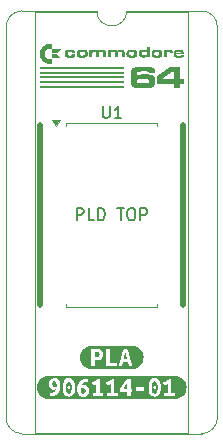
<source format=gbr>
%TF.GenerationSoftware,KiCad,Pcbnew,8.0.8*%
%TF.CreationDate,2025-03-10T01:42:14+01:00*%
%TF.ProjectId,C64-PLA,4336342d-504c-4412-9e6b-696361645f70,rev?*%
%TF.SameCoordinates,Original*%
%TF.FileFunction,Legend,Top*%
%TF.FilePolarity,Positive*%
%FSLAX46Y46*%
G04 Gerber Fmt 4.6, Leading zero omitted, Abs format (unit mm)*
G04 Created by KiCad (PCBNEW 8.0.8) date 2025-03-10 01:42:14*
%MOMM*%
%LPD*%
G01*
G04 APERTURE LIST*
%ADD10C,0.000000*%
%ADD11C,0.500000*%
%ADD12C,0.150000*%
%ADD13C,0.120000*%
G04 APERTURE END LIST*
D10*
G36*
X102001050Y-49288777D02*
G01*
X101647037Y-49288777D01*
X101647037Y-48950957D01*
X102001050Y-48950957D01*
X102001050Y-49288777D01*
G37*
G36*
X104249780Y-48573804D02*
G01*
X104310480Y-48575971D01*
X104364712Y-48579865D01*
X104389508Y-48582533D01*
X104412814Y-48585718D01*
X104434673Y-48589452D01*
X104455126Y-48593761D01*
X104474215Y-48598676D01*
X104491984Y-48604225D01*
X104508474Y-48610436D01*
X104523727Y-48617340D01*
X104537787Y-48624964D01*
X104550694Y-48633338D01*
X104562491Y-48642491D01*
X104573221Y-48652451D01*
X104582926Y-48663248D01*
X104591648Y-48674909D01*
X104599429Y-48687465D01*
X104606312Y-48700944D01*
X104612339Y-48715375D01*
X104617552Y-48730786D01*
X104621994Y-48747207D01*
X104625706Y-48764667D01*
X104628731Y-48783195D01*
X104631111Y-48802818D01*
X104632889Y-48823567D01*
X104634106Y-48845471D01*
X104635030Y-48892855D01*
X104634487Y-48944766D01*
X104632531Y-48991708D01*
X104628671Y-49033904D01*
X104622419Y-49071578D01*
X104618242Y-49088789D01*
X104613283Y-49104954D01*
X104607480Y-49120101D01*
X104600773Y-49134258D01*
X104593100Y-49147452D01*
X104584399Y-49159712D01*
X104574610Y-49171066D01*
X104563672Y-49181542D01*
X104551522Y-49191167D01*
X104538099Y-49199971D01*
X104523343Y-49207980D01*
X104507193Y-49215223D01*
X104489586Y-49221728D01*
X104470461Y-49227523D01*
X104449758Y-49232636D01*
X104427414Y-49237094D01*
X104377563Y-49244162D01*
X104320416Y-49248950D01*
X104255483Y-49251682D01*
X104182275Y-49252582D01*
X104113038Y-49251851D01*
X104050935Y-49249497D01*
X103995596Y-49245282D01*
X103970349Y-49242403D01*
X103946655Y-49238970D01*
X103924469Y-49234952D01*
X103903743Y-49230320D01*
X103884434Y-49225045D01*
X103866493Y-49219096D01*
X103849876Y-49212444D01*
X103834537Y-49205059D01*
X103820429Y-49196911D01*
X103807506Y-49187971D01*
X103795723Y-49178209D01*
X103785033Y-49167594D01*
X103775391Y-49156098D01*
X103766750Y-49143690D01*
X103759065Y-49130341D01*
X103752289Y-49116020D01*
X103746377Y-49100699D01*
X103741282Y-49084347D01*
X103736959Y-49066935D01*
X103733362Y-49048432D01*
X103730444Y-49028810D01*
X103728160Y-49008038D01*
X103725309Y-48962926D01*
X103724440Y-48912857D01*
X103724507Y-48907777D01*
X103970503Y-48907777D01*
X103970824Y-48932254D01*
X103971928Y-48954106D01*
X103974025Y-48973479D01*
X103977324Y-48990516D01*
X103979490Y-48998204D01*
X103982035Y-49005361D01*
X103984985Y-49012007D01*
X103988367Y-49018160D01*
X103992207Y-49023836D01*
X103996532Y-49029055D01*
X104001366Y-49033833D01*
X104006737Y-49038191D01*
X104012671Y-49042144D01*
X104019194Y-49045712D01*
X104026332Y-49048912D01*
X104034111Y-49051762D01*
X104042558Y-49054281D01*
X104051699Y-49056487D01*
X104072167Y-49060029D01*
X104095725Y-49062532D01*
X104122583Y-49064142D01*
X104152951Y-49065003D01*
X104187038Y-49065257D01*
X104219340Y-49064950D01*
X104248152Y-49063947D01*
X104273669Y-49062124D01*
X104285252Y-49060867D01*
X104296084Y-49059359D01*
X104306189Y-49057584D01*
X104315591Y-49055527D01*
X104324315Y-49053173D01*
X104332385Y-49050507D01*
X104339825Y-49047512D01*
X104346659Y-49044174D01*
X104352911Y-49040476D01*
X104358607Y-49036405D01*
X104363769Y-49031943D01*
X104368422Y-49027077D01*
X104372592Y-49021790D01*
X104376300Y-49016067D01*
X104379573Y-49009892D01*
X104382434Y-49003251D01*
X104384908Y-48996128D01*
X104387018Y-48988507D01*
X104388789Y-48980373D01*
X104390245Y-48971711D01*
X104391411Y-48962504D01*
X104392311Y-48952739D01*
X104393407Y-48931469D01*
X104393730Y-48907777D01*
X104393298Y-48882574D01*
X104391881Y-48860413D01*
X104389299Y-48841098D01*
X104387515Y-48832447D01*
X104385371Y-48824434D01*
X104382845Y-48817035D01*
X104379915Y-48810225D01*
X104376558Y-48803981D01*
X104372751Y-48798277D01*
X104368472Y-48793090D01*
X104363697Y-48788394D01*
X104358406Y-48784166D01*
X104352574Y-48780381D01*
X104346179Y-48777014D01*
X104339199Y-48774041D01*
X104331612Y-48771439D01*
X104323393Y-48769181D01*
X104304974Y-48765605D01*
X104283761Y-48763117D01*
X104259573Y-48761521D01*
X104232230Y-48760624D01*
X104167352Y-48760140D01*
X104137568Y-48760336D01*
X104110854Y-48761027D01*
X104087053Y-48762365D01*
X104066005Y-48764501D01*
X104056465Y-48765916D01*
X104047553Y-48767587D01*
X104039251Y-48769534D01*
X104031538Y-48771776D01*
X104024394Y-48774332D01*
X104017800Y-48777221D01*
X104011736Y-48780461D01*
X104006182Y-48784072D01*
X104001118Y-48788072D01*
X103996524Y-48792481D01*
X103992381Y-48797319D01*
X103988669Y-48802602D01*
X103985368Y-48808352D01*
X103982457Y-48814587D01*
X103979918Y-48821325D01*
X103977731Y-48828586D01*
X103975875Y-48836389D01*
X103974330Y-48844753D01*
X103973078Y-48853696D01*
X103972098Y-48863239D01*
X103970875Y-48884196D01*
X103970503Y-48907777D01*
X103724507Y-48907777D01*
X103725092Y-48863574D01*
X103727353Y-48819044D01*
X103731675Y-48779051D01*
X103738514Y-48743377D01*
X103743019Y-48727092D01*
X103748324Y-48711805D01*
X103754485Y-48697489D01*
X103761560Y-48684118D01*
X103769604Y-48671663D01*
X103778675Y-48660099D01*
X103788829Y-48649396D01*
X103800124Y-48639530D01*
X103812616Y-48630471D01*
X103826362Y-48622194D01*
X103841418Y-48614671D01*
X103857843Y-48607875D01*
X103875691Y-48601778D01*
X103895021Y-48596354D01*
X103915888Y-48591575D01*
X103938350Y-48587415D01*
X103988286Y-48580841D01*
X104045283Y-48576414D01*
X104109794Y-48573917D01*
X104182275Y-48573133D01*
X104249780Y-48573804D01*
G37*
G36*
X102001050Y-48889680D02*
G01*
X101647037Y-48889680D01*
X101647037Y-48551860D01*
X102001050Y-48551860D01*
X102001050Y-48889680D01*
G37*
G36*
X109905529Y-49228453D02*
G01*
X109669309Y-49228453D01*
X109669309Y-49110342D01*
X109660831Y-49125594D01*
X109651829Y-49140019D01*
X109642132Y-49153598D01*
X109631566Y-49166307D01*
X109619959Y-49178125D01*
X109607136Y-49189030D01*
X109592926Y-49199000D01*
X109577155Y-49208013D01*
X109559650Y-49216048D01*
X109540238Y-49223083D01*
X109518747Y-49229095D01*
X109495002Y-49234063D01*
X109468832Y-49237965D01*
X109440062Y-49240780D01*
X109408521Y-49242484D01*
X109374035Y-49243057D01*
X109319385Y-49242166D01*
X109269720Y-49239383D01*
X109224840Y-49234539D01*
X109204130Y-49231293D01*
X109184541Y-49227470D01*
X109166048Y-49223049D01*
X109148624Y-49218009D01*
X109132246Y-49212329D01*
X109116887Y-49205988D01*
X109102523Y-49198966D01*
X109089128Y-49191242D01*
X109076678Y-49182795D01*
X109065146Y-49173604D01*
X109054509Y-49163649D01*
X109044740Y-49152908D01*
X109035815Y-49141361D01*
X109027708Y-49128987D01*
X109020394Y-49115765D01*
X109013849Y-49101674D01*
X109008046Y-49086694D01*
X109002961Y-49070804D01*
X108998568Y-49053982D01*
X108994843Y-49036209D01*
X108991760Y-49017463D01*
X108989294Y-48997723D01*
X108986113Y-48955180D01*
X108985186Y-48912540D01*
X109230843Y-48912540D01*
X109231441Y-48935958D01*
X109233322Y-48956565D01*
X109234785Y-48965869D01*
X109236617Y-48974538D01*
X109238834Y-48982594D01*
X109241454Y-48990060D01*
X109244492Y-48996956D01*
X109247963Y-49003307D01*
X109251886Y-49009135D01*
X109256275Y-49014461D01*
X109261148Y-49019309D01*
X109266519Y-49023701D01*
X109272406Y-49027659D01*
X109278824Y-49031206D01*
X109285791Y-49034363D01*
X109293321Y-49037155D01*
X109310140Y-49041729D01*
X109329409Y-49045107D01*
X109351259Y-49047467D01*
X109375819Y-49048991D01*
X109403220Y-49049857D01*
X109467062Y-49050335D01*
X109500090Y-49050129D01*
X109529212Y-49049386D01*
X109554671Y-49047920D01*
X109576713Y-49045543D01*
X109586530Y-49043954D01*
X109595584Y-49042068D01*
X109603906Y-49039861D01*
X109611527Y-49037309D01*
X109618478Y-49034389D01*
X109624789Y-49031078D01*
X109630491Y-49027352D01*
X109635614Y-49023189D01*
X109640190Y-49018564D01*
X109644248Y-49013454D01*
X109647820Y-49007836D01*
X109650936Y-49001687D01*
X109653626Y-48994983D01*
X109655922Y-48987700D01*
X109657854Y-48979816D01*
X109659452Y-48971307D01*
X109660747Y-48962150D01*
X109661771Y-48952321D01*
X109663124Y-48930554D01*
X109663756Y-48905821D01*
X109663912Y-48877932D01*
X109663380Y-48859548D01*
X109661743Y-48843027D01*
X109660489Y-48835436D01*
X109658935Y-48828276D01*
X109657072Y-48821535D01*
X109654893Y-48815201D01*
X109652389Y-48809264D01*
X109649552Y-48803710D01*
X109646375Y-48798529D01*
X109642849Y-48793709D01*
X109638966Y-48789237D01*
X109634719Y-48785103D01*
X109630099Y-48781295D01*
X109625098Y-48777801D01*
X109619708Y-48774609D01*
X109613921Y-48771708D01*
X109607729Y-48769085D01*
X109601125Y-48766730D01*
X109586646Y-48762775D01*
X109570418Y-48759748D01*
X109552379Y-48757557D01*
X109532463Y-48756107D01*
X109510607Y-48755306D01*
X109486747Y-48755060D01*
X109451433Y-48755154D01*
X109419234Y-48755576D01*
X109390033Y-48756533D01*
X109363716Y-48758235D01*
X109351603Y-48759430D01*
X109340167Y-48760889D01*
X109329395Y-48762638D01*
X109319271Y-48764704D01*
X109309782Y-48767112D01*
X109300912Y-48769888D01*
X109292649Y-48773059D01*
X109284976Y-48776650D01*
X109277880Y-48780688D01*
X109271347Y-48785198D01*
X109265361Y-48790206D01*
X109259908Y-48795740D01*
X109254975Y-48801824D01*
X109250547Y-48808484D01*
X109246608Y-48815748D01*
X109243146Y-48823640D01*
X109240144Y-48832187D01*
X109237590Y-48841415D01*
X109235468Y-48851350D01*
X109233765Y-48862018D01*
X109232465Y-48873445D01*
X109231554Y-48885657D01*
X109231018Y-48898680D01*
X109230843Y-48912540D01*
X108985186Y-48912540D01*
X108985097Y-48908412D01*
X108985837Y-48862425D01*
X108988249Y-48820342D01*
X108992623Y-48782034D01*
X108995635Y-48764255D01*
X108999245Y-48747371D01*
X109003490Y-48731366D01*
X109008405Y-48716223D01*
X109014027Y-48701928D01*
X109020391Y-48688463D01*
X109027534Y-48675813D01*
X109035492Y-48663960D01*
X109044300Y-48652890D01*
X109053994Y-48642586D01*
X109064612Y-48633031D01*
X109076188Y-48624210D01*
X109088759Y-48616106D01*
X109102361Y-48608704D01*
X109117030Y-48601986D01*
X109132802Y-48595938D01*
X109149713Y-48590542D01*
X109167798Y-48585783D01*
X109187095Y-48581644D01*
X109207639Y-48578110D01*
X109252613Y-48572789D01*
X109303008Y-48569691D01*
X109359112Y-48568687D01*
X109377139Y-48568802D01*
X109394329Y-48569144D01*
X109410709Y-48569714D01*
X109426308Y-48570510D01*
X109441154Y-48571532D01*
X109455274Y-48572779D01*
X109468696Y-48574250D01*
X109481449Y-48575945D01*
X109493560Y-48577863D01*
X109505057Y-48580003D01*
X109515968Y-48582364D01*
X109526320Y-48584945D01*
X109536143Y-48587746D01*
X109545463Y-48590767D01*
X109554309Y-48594005D01*
X109562709Y-48597461D01*
X109570690Y-48601134D01*
X109578280Y-48605022D01*
X109585507Y-48609126D01*
X109592400Y-48613444D01*
X109598986Y-48617976D01*
X109605292Y-48622721D01*
X109611348Y-48627679D01*
X109617180Y-48632847D01*
X109622817Y-48638227D01*
X109628286Y-48643816D01*
X109638835Y-48655621D01*
X109649048Y-48668257D01*
X109659150Y-48681718D01*
X109659150Y-48302623D01*
X109905529Y-48302623D01*
X109905529Y-49228453D01*
G37*
G36*
X111615270Y-48563968D02*
G01*
X111652597Y-48567006D01*
X111669623Y-48569316D01*
X111685599Y-48572167D01*
X111700559Y-48575567D01*
X111714536Y-48579527D01*
X111727560Y-48584057D01*
X111739666Y-48589167D01*
X111750884Y-48594865D01*
X111761249Y-48601164D01*
X111770792Y-48608071D01*
X111779545Y-48615597D01*
X111787541Y-48623751D01*
X111794813Y-48632545D01*
X111801393Y-48641986D01*
X111807313Y-48652086D01*
X111812607Y-48662853D01*
X111817305Y-48674299D01*
X111821441Y-48686432D01*
X111825047Y-48699263D01*
X111830800Y-48727055D01*
X111834822Y-48757756D01*
X111837374Y-48791443D01*
X111838715Y-48828195D01*
X111839104Y-48868090D01*
X111617490Y-48868090D01*
X111616349Y-48853060D01*
X111614661Y-48839259D01*
X111612347Y-48826651D01*
X111610931Y-48820784D01*
X111609329Y-48815201D01*
X111607531Y-48809899D01*
X111605527Y-48804873D01*
X111603308Y-48800119D01*
X111600864Y-48795631D01*
X111598184Y-48791406D01*
X111595260Y-48787439D01*
X111592080Y-48783726D01*
X111588637Y-48780261D01*
X111584919Y-48777042D01*
X111580916Y-48774062D01*
X111576620Y-48771319D01*
X111572019Y-48768806D01*
X111567105Y-48766520D01*
X111561868Y-48764457D01*
X111556297Y-48762611D01*
X111550383Y-48760978D01*
X111544116Y-48759555D01*
X111537486Y-48758335D01*
X111523098Y-48756492D01*
X111507142Y-48755412D01*
X111489537Y-48755060D01*
X111480439Y-48755190D01*
X111471602Y-48755581D01*
X111463027Y-48756232D01*
X111454716Y-48757143D01*
X111446671Y-48758314D01*
X111438895Y-48759746D01*
X111431387Y-48761438D01*
X111424152Y-48763389D01*
X111417190Y-48765601D01*
X111410503Y-48768073D01*
X111404093Y-48770804D01*
X111397963Y-48773796D01*
X111392113Y-48777047D01*
X111386547Y-48780557D01*
X111381264Y-48784328D01*
X111376269Y-48788358D01*
X111371561Y-48792647D01*
X111367144Y-48797196D01*
X111363019Y-48802005D01*
X111359188Y-48807072D01*
X111355653Y-48812399D01*
X111352415Y-48817985D01*
X111349477Y-48823831D01*
X111346840Y-48829935D01*
X111344507Y-48836299D01*
X111342478Y-48842921D01*
X111340757Y-48849803D01*
X111339344Y-48856943D01*
X111338242Y-48864343D01*
X111337453Y-48872000D01*
X111336978Y-48879917D01*
X111336819Y-48888092D01*
X111336819Y-49227500D01*
X111100599Y-49227500D01*
X111100599Y-48578212D01*
X111326977Y-48578212D01*
X111327295Y-48700767D01*
X111337383Y-48681378D01*
X111347504Y-48663762D01*
X111357802Y-48647847D01*
X111368421Y-48633562D01*
X111379505Y-48620833D01*
X111391198Y-48609590D01*
X111397318Y-48604502D01*
X111403645Y-48599759D01*
X111410195Y-48595351D01*
X111416989Y-48591270D01*
X111424042Y-48587505D01*
X111431375Y-48584049D01*
X111446947Y-48578025D01*
X111463849Y-48573125D01*
X111482225Y-48569278D01*
X111502220Y-48566411D01*
X111523978Y-48564453D01*
X111547642Y-48563330D01*
X111573358Y-48562972D01*
X111615270Y-48563968D01*
G37*
G36*
X112419180Y-48578799D02*
G01*
X112483662Y-48581675D01*
X112539592Y-48586769D01*
X112564545Y-48590224D01*
X112587595Y-48594326D01*
X112608821Y-48599104D01*
X112628301Y-48604591D01*
X112646113Y-48610816D01*
X112662336Y-48617811D01*
X112677048Y-48625605D01*
X112690328Y-48634230D01*
X112702253Y-48643717D01*
X112712904Y-48654095D01*
X112722357Y-48665396D01*
X112730691Y-48677651D01*
X112737985Y-48690889D01*
X112744317Y-48705143D01*
X112749766Y-48720442D01*
X112754409Y-48736817D01*
X112758326Y-48754300D01*
X112761595Y-48772919D01*
X112766502Y-48813695D01*
X112769758Y-48859388D01*
X112773824Y-48966515D01*
X112153747Y-48966515D01*
X112154187Y-48986688D01*
X112155663Y-49004774D01*
X112158404Y-49020882D01*
X112162642Y-49035120D01*
X112165395Y-49041571D01*
X112168609Y-49047596D01*
X112172312Y-49053207D01*
X112176534Y-49058418D01*
X112181304Y-49063243D01*
X112186651Y-49067696D01*
X112192603Y-49071789D01*
X112199189Y-49075536D01*
X112206439Y-49078952D01*
X112214380Y-49082049D01*
X112232455Y-49087342D01*
X112253646Y-49091523D01*
X112278182Y-49094701D01*
X112306296Y-49096984D01*
X112338219Y-49098480D01*
X112374181Y-49099299D01*
X112414415Y-49099547D01*
X112423413Y-49099476D01*
X112431963Y-49099261D01*
X112440077Y-49098903D01*
X112447767Y-49098401D01*
X112455046Y-49097756D01*
X112461926Y-49096967D01*
X112468420Y-49096035D01*
X112474541Y-49094959D01*
X112480301Y-49093739D01*
X112485712Y-49092375D01*
X112490788Y-49090868D01*
X112495541Y-49089217D01*
X112499982Y-49087422D01*
X112504126Y-49085483D01*
X112507984Y-49083399D01*
X112511569Y-49081172D01*
X112514894Y-49078801D01*
X112517971Y-49076285D01*
X112520812Y-49073625D01*
X112523431Y-49070820D01*
X112525839Y-49067872D01*
X112528050Y-49064778D01*
X112530076Y-49061541D01*
X112531929Y-49058158D01*
X112533622Y-49054631D01*
X112535168Y-49050960D01*
X112536579Y-49047143D01*
X112537867Y-49043182D01*
X112540128Y-49034825D01*
X112542049Y-49025887D01*
X112773507Y-49025887D01*
X112773060Y-49045141D01*
X112771717Y-49063276D01*
X112769476Y-49080327D01*
X112766334Y-49096325D01*
X112762287Y-49111305D01*
X112757333Y-49125300D01*
X112751470Y-49138343D01*
X112744694Y-49150466D01*
X112737003Y-49161705D01*
X112728394Y-49172091D01*
X112718864Y-49181658D01*
X112708410Y-49190439D01*
X112697030Y-49198468D01*
X112684720Y-49205778D01*
X112671479Y-49212401D01*
X112657302Y-49218372D01*
X112626134Y-49228488D01*
X112591193Y-49236392D01*
X112552457Y-49242351D01*
X112509903Y-49246629D01*
X112463510Y-49249494D01*
X112413254Y-49251211D01*
X112301067Y-49252265D01*
X112249661Y-49250590D01*
X112202405Y-49247336D01*
X112159182Y-49242300D01*
X112139048Y-49239050D01*
X112119879Y-49235279D01*
X112101661Y-49230960D01*
X112084380Y-49226070D01*
X112068022Y-49220581D01*
X112052571Y-49214470D01*
X112038014Y-49207710D01*
X112024336Y-49200277D01*
X112011524Y-49192145D01*
X111999561Y-49183288D01*
X111988436Y-49173682D01*
X111978132Y-49163300D01*
X111968635Y-49152118D01*
X111959932Y-49140111D01*
X111952007Y-49127252D01*
X111944847Y-49113517D01*
X111938437Y-49098879D01*
X111932762Y-49083315D01*
X111927809Y-49066799D01*
X111923563Y-49049304D01*
X111920010Y-49030806D01*
X111917135Y-49011280D01*
X111914924Y-48990700D01*
X111913362Y-48969040D01*
X111912436Y-48946276D01*
X111912130Y-48922382D01*
X111913104Y-48872261D01*
X111916079Y-48829037D01*
X112148984Y-48829037D01*
X112542684Y-48829037D01*
X112540635Y-48814173D01*
X112538048Y-48800947D01*
X112534728Y-48789268D01*
X112530480Y-48779041D01*
X112527947Y-48774443D01*
X112525108Y-48770172D01*
X112521940Y-48766217D01*
X112518418Y-48762567D01*
X112514516Y-48759209D01*
X112510212Y-48756132D01*
X112505481Y-48753324D01*
X112500298Y-48750774D01*
X112488478Y-48746397D01*
X112474558Y-48742909D01*
X112458342Y-48740216D01*
X112439635Y-48738223D01*
X112418242Y-48736836D01*
X112393967Y-48735962D01*
X112335991Y-48735375D01*
X112308047Y-48735670D01*
X112283146Y-48736574D01*
X112271777Y-48737263D01*
X112261099Y-48738115D01*
X112251087Y-48739133D01*
X112241719Y-48740321D01*
X112232971Y-48741683D01*
X112224819Y-48743221D01*
X112217240Y-48744941D01*
X112210211Y-48746844D01*
X112203709Y-48748935D01*
X112197709Y-48751217D01*
X112192188Y-48753694D01*
X112187124Y-48756370D01*
X112182492Y-48759247D01*
X112178269Y-48762329D01*
X112174432Y-48765621D01*
X112170957Y-48769125D01*
X112167821Y-48772845D01*
X112165000Y-48776784D01*
X112162471Y-48780947D01*
X112160211Y-48785337D01*
X112158196Y-48789956D01*
X112156402Y-48794810D01*
X112154807Y-48799900D01*
X112153386Y-48805232D01*
X112150976Y-48816632D01*
X112148984Y-48829037D01*
X111916079Y-48829037D01*
X111916219Y-48826997D01*
X111921761Y-48786368D01*
X111925533Y-48767721D01*
X111930019Y-48750149D01*
X111935256Y-48733623D01*
X111941279Y-48718115D01*
X111948125Y-48703598D01*
X111955829Y-48690043D01*
X111964428Y-48677423D01*
X111973957Y-48665709D01*
X111984452Y-48654873D01*
X111995950Y-48644887D01*
X112008485Y-48635724D01*
X112022094Y-48627355D01*
X112036814Y-48619753D01*
X112052679Y-48612888D01*
X112069726Y-48606734D01*
X112087991Y-48601262D01*
X112107509Y-48596444D01*
X112128317Y-48592252D01*
X112173946Y-48585635D01*
X112225163Y-48581185D01*
X112282258Y-48578680D01*
X112345517Y-48577895D01*
X112419180Y-48578799D01*
G37*
G36*
X105890180Y-48564018D02*
G01*
X105909027Y-48565328D01*
X105927286Y-48567167D01*
X105944955Y-48569537D01*
X105962028Y-48572441D01*
X105978503Y-48575881D01*
X105994377Y-48579859D01*
X106009644Y-48584380D01*
X106024303Y-48589444D01*
X106038349Y-48595054D01*
X106051778Y-48601214D01*
X106064588Y-48607925D01*
X106076774Y-48615190D01*
X106088333Y-48623012D01*
X106099261Y-48631394D01*
X106109554Y-48640337D01*
X106119210Y-48649844D01*
X106128224Y-48659919D01*
X106136593Y-48670563D01*
X106144313Y-48681779D01*
X106151381Y-48693569D01*
X106157793Y-48705937D01*
X106163545Y-48718885D01*
X106168633Y-48732415D01*
X106173055Y-48746529D01*
X106176807Y-48761231D01*
X106179885Y-48776523D01*
X106182285Y-48792408D01*
X106184003Y-48808888D01*
X106185037Y-48825965D01*
X106185383Y-48843642D01*
X106185383Y-49227500D01*
X105949163Y-49227500D01*
X105949163Y-48883012D01*
X105948583Y-48866250D01*
X105947857Y-48858414D01*
X105946837Y-48850933D01*
X105945521Y-48843800D01*
X105943907Y-48837011D01*
X105941995Y-48830557D01*
X105939781Y-48824434D01*
X105937265Y-48818634D01*
X105934445Y-48813152D01*
X105931317Y-48807980D01*
X105927882Y-48803114D01*
X105924137Y-48798546D01*
X105920080Y-48794271D01*
X105915709Y-48790282D01*
X105911023Y-48786572D01*
X105906020Y-48783136D01*
X105900697Y-48779967D01*
X105895054Y-48777059D01*
X105889089Y-48774405D01*
X105882799Y-48772000D01*
X105876183Y-48769837D01*
X105861964Y-48766212D01*
X105846420Y-48763480D01*
X105829534Y-48761591D01*
X105811293Y-48760494D01*
X105791683Y-48760140D01*
X105770903Y-48760491D01*
X105751104Y-48761578D01*
X105732334Y-48763453D01*
X105723351Y-48764702D01*
X105714644Y-48766168D01*
X105706220Y-48767856D01*
X105698083Y-48769773D01*
X105690242Y-48771926D01*
X105682701Y-48774321D01*
X105675468Y-48776965D01*
X105668548Y-48779864D01*
X105661948Y-48783024D01*
X105655674Y-48786453D01*
X105649731Y-48790156D01*
X105644127Y-48794139D01*
X105638868Y-48798410D01*
X105633959Y-48802975D01*
X105629407Y-48807839D01*
X105625219Y-48813011D01*
X105621399Y-48818496D01*
X105617956Y-48824300D01*
X105614894Y-48830430D01*
X105612220Y-48836893D01*
X105609941Y-48843694D01*
X105608062Y-48850841D01*
X105606590Y-48858340D01*
X105605530Y-48866197D01*
X105604890Y-48874419D01*
X105604675Y-48883012D01*
X105604675Y-49227500D01*
X105363375Y-49227500D01*
X105363375Y-48927462D01*
X105362960Y-48905282D01*
X105361661Y-48884904D01*
X105359399Y-48866276D01*
X105357881Y-48857603D01*
X105356093Y-48849348D01*
X105354023Y-48841505D01*
X105351663Y-48834067D01*
X105349002Y-48827029D01*
X105346029Y-48820384D01*
X105342736Y-48814126D01*
X105339112Y-48808247D01*
X105335147Y-48802742D01*
X105330832Y-48797605D01*
X105326155Y-48792828D01*
X105321107Y-48788406D01*
X105315679Y-48784332D01*
X105309859Y-48780600D01*
X105303639Y-48777203D01*
X105297008Y-48774135D01*
X105289955Y-48771390D01*
X105282472Y-48768961D01*
X105274548Y-48766841D01*
X105266174Y-48765025D01*
X105257338Y-48763506D01*
X105248031Y-48762277D01*
X105238244Y-48761332D01*
X105227965Y-48760666D01*
X105205895Y-48760140D01*
X105181926Y-48760549D01*
X105159870Y-48761806D01*
X105149543Y-48762765D01*
X105139677Y-48763953D01*
X105130263Y-48765375D01*
X105121296Y-48767036D01*
X105112770Y-48768941D01*
X105104678Y-48771097D01*
X105097013Y-48773508D01*
X105089770Y-48776180D01*
X105082942Y-48779119D01*
X105076523Y-48782329D01*
X105070506Y-48785817D01*
X105064886Y-48789588D01*
X105059655Y-48793647D01*
X105054807Y-48798000D01*
X105050336Y-48802653D01*
X105046237Y-48807610D01*
X105042501Y-48812877D01*
X105039124Y-48818460D01*
X105036098Y-48824364D01*
X105033418Y-48830595D01*
X105031077Y-48837158D01*
X105029069Y-48844058D01*
X105027387Y-48851302D01*
X105026025Y-48858894D01*
X105024976Y-48866839D01*
X105024235Y-48875145D01*
X105023795Y-48883815D01*
X105023650Y-48892855D01*
X105023650Y-49227500D01*
X104787430Y-49227500D01*
X104787430Y-48578212D01*
X105008727Y-48578212D01*
X105009045Y-48730295D01*
X105014839Y-48710574D01*
X105021252Y-48692021D01*
X105028444Y-48674650D01*
X105036573Y-48658475D01*
X105045798Y-48643512D01*
X105056278Y-48629775D01*
X105062037Y-48623370D01*
X105068170Y-48617277D01*
X105074695Y-48611497D01*
X105081634Y-48606033D01*
X105089004Y-48600887D01*
X105096827Y-48596059D01*
X105105123Y-48591552D01*
X105113910Y-48587367D01*
X105123209Y-48583507D01*
X105133040Y-48579973D01*
X105143422Y-48576767D01*
X105154376Y-48573891D01*
X105178076Y-48569136D01*
X105204300Y-48565721D01*
X105233205Y-48563662D01*
X105264950Y-48562972D01*
X105282139Y-48563144D01*
X105298654Y-48563656D01*
X105314513Y-48564501D01*
X105329734Y-48565674D01*
X105344335Y-48567167D01*
X105358334Y-48568975D01*
X105371749Y-48571091D01*
X105384598Y-48573509D01*
X105396899Y-48576224D01*
X105408671Y-48579227D01*
X105419930Y-48582514D01*
X105430696Y-48586078D01*
X105440986Y-48589913D01*
X105450819Y-48594011D01*
X105460211Y-48598369D01*
X105469182Y-48602977D01*
X105477749Y-48607832D01*
X105485931Y-48612926D01*
X105493744Y-48618252D01*
X105501209Y-48623806D01*
X105508341Y-48629580D01*
X105515160Y-48635568D01*
X105521684Y-48641764D01*
X105527929Y-48648162D01*
X105533916Y-48654755D01*
X105539661Y-48661537D01*
X105550498Y-48675643D01*
X105560586Y-48690430D01*
X105570068Y-48705847D01*
X105575246Y-48692052D01*
X105581568Y-48678469D01*
X105589140Y-48665192D01*
X105598072Y-48652314D01*
X105608472Y-48639929D01*
X105620448Y-48628131D01*
X105634108Y-48617013D01*
X105649562Y-48606668D01*
X105666916Y-48597191D01*
X105686281Y-48588673D01*
X105707763Y-48581210D01*
X105731472Y-48574894D01*
X105757515Y-48569818D01*
X105786002Y-48566077D01*
X105817040Y-48563764D01*
X105850738Y-48562972D01*
X105890180Y-48564018D01*
G37*
D11*
X100641500Y-54927500D02*
X100641500Y-70167500D01*
D10*
G36*
X110572475Y-48573804D02*
G01*
X110633174Y-48575971D01*
X110687406Y-48579865D01*
X110712203Y-48582533D01*
X110735509Y-48585718D01*
X110757367Y-48589452D01*
X110777820Y-48593761D01*
X110796910Y-48598676D01*
X110814679Y-48604225D01*
X110831169Y-48610436D01*
X110846422Y-48617340D01*
X110860481Y-48624964D01*
X110873388Y-48633338D01*
X110885186Y-48642491D01*
X110895916Y-48652451D01*
X110905621Y-48663248D01*
X110914343Y-48674909D01*
X110922124Y-48687465D01*
X110929007Y-48700944D01*
X110935034Y-48715375D01*
X110940247Y-48730786D01*
X110944688Y-48747207D01*
X110948400Y-48764667D01*
X110951425Y-48783195D01*
X110953806Y-48802818D01*
X110955583Y-48823567D01*
X110956801Y-48845471D01*
X110957724Y-48892855D01*
X110957185Y-48944766D01*
X110955238Y-48991708D01*
X110951393Y-49033904D01*
X110945158Y-49071578D01*
X110940991Y-49088789D01*
X110936041Y-49104954D01*
X110930249Y-49120101D01*
X110923551Y-49134258D01*
X110915888Y-49147452D01*
X110907197Y-49159712D01*
X110897416Y-49171066D01*
X110886485Y-49181542D01*
X110874342Y-49191167D01*
X110860926Y-49199971D01*
X110846175Y-49207980D01*
X110830027Y-49215223D01*
X110812421Y-49221728D01*
X110793296Y-49227523D01*
X110772591Y-49232636D01*
X110750243Y-49237094D01*
X110700375Y-49244162D01*
X110643202Y-49248950D01*
X110578230Y-49251682D01*
X110504969Y-49252582D01*
X110436627Y-49251851D01*
X110375306Y-49249497D01*
X110320646Y-49245282D01*
X110295701Y-49242403D01*
X110272286Y-49238970D01*
X110250357Y-49234952D01*
X110229867Y-49230320D01*
X110210772Y-49225045D01*
X110193027Y-49219096D01*
X110176587Y-49212444D01*
X110161407Y-49205059D01*
X110147441Y-49196911D01*
X110134645Y-49187971D01*
X110122974Y-49178209D01*
X110112382Y-49167594D01*
X110102824Y-49156098D01*
X110094256Y-49143690D01*
X110086633Y-49130341D01*
X110079908Y-49116020D01*
X110074038Y-49100699D01*
X110068977Y-49084347D01*
X110064680Y-49066935D01*
X110061103Y-49048432D01*
X110058199Y-49028810D01*
X110055924Y-49008038D01*
X110053082Y-48962926D01*
X110052214Y-48912857D01*
X110052281Y-48907777D01*
X110288752Y-48907777D01*
X110289078Y-48932254D01*
X110290200Y-48954106D01*
X110292333Y-48973479D01*
X110295692Y-48990516D01*
X110297899Y-48998204D01*
X110300494Y-49005361D01*
X110303502Y-49012007D01*
X110306952Y-49018160D01*
X110310870Y-49023836D01*
X110315283Y-49029055D01*
X110320217Y-49033833D01*
X110325701Y-49038191D01*
X110331761Y-49042144D01*
X110338423Y-49045712D01*
X110345715Y-49048912D01*
X110353663Y-49051762D01*
X110362295Y-49054281D01*
X110371637Y-49056487D01*
X110392560Y-49060029D01*
X110416647Y-49062532D01*
X110444114Y-49064142D01*
X110475177Y-49065003D01*
X110510050Y-49065257D01*
X110542404Y-49064950D01*
X110571255Y-49063947D01*
X110596799Y-49062124D01*
X110608391Y-49060867D01*
X110619230Y-49059359D01*
X110629340Y-49057584D01*
X110638744Y-49055527D01*
X110647469Y-49053173D01*
X110655537Y-49050507D01*
X110662973Y-49047512D01*
X110669803Y-49044174D01*
X110676050Y-49040476D01*
X110681738Y-49036405D01*
X110686892Y-49031943D01*
X110691537Y-49027077D01*
X110695697Y-49021790D01*
X110699396Y-49016067D01*
X110702659Y-49009892D01*
X110705510Y-49003251D01*
X110707974Y-48996128D01*
X110710075Y-48988507D01*
X110711837Y-48980373D01*
X110713285Y-48971711D01*
X110714443Y-48962504D01*
X110715336Y-48952739D01*
X110716423Y-48931469D01*
X110716742Y-48907777D01*
X110716310Y-48882574D01*
X110714893Y-48860413D01*
X110712311Y-48841098D01*
X110710527Y-48832447D01*
X110708383Y-48824434D01*
X110705857Y-48817035D01*
X110702927Y-48810225D01*
X110699570Y-48803981D01*
X110695763Y-48798277D01*
X110691484Y-48793090D01*
X110686710Y-48788394D01*
X110681418Y-48784166D01*
X110675586Y-48780381D01*
X110669192Y-48777014D01*
X110662212Y-48774041D01*
X110654624Y-48771439D01*
X110646405Y-48769181D01*
X110627986Y-48765605D01*
X110606773Y-48763117D01*
X110582585Y-48761521D01*
X110555242Y-48760624D01*
X110490365Y-48760140D01*
X110459742Y-48760336D01*
X110432295Y-48761027D01*
X110407857Y-48762365D01*
X110386264Y-48764501D01*
X110376483Y-48765916D01*
X110367350Y-48767587D01*
X110358846Y-48769534D01*
X110350950Y-48771776D01*
X110343640Y-48774332D01*
X110336897Y-48777221D01*
X110330699Y-48780461D01*
X110325026Y-48784072D01*
X110319858Y-48788072D01*
X110315172Y-48792481D01*
X110310950Y-48797319D01*
X110307169Y-48802602D01*
X110303810Y-48808352D01*
X110300852Y-48814587D01*
X110298274Y-48821325D01*
X110296054Y-48828586D01*
X110294174Y-48836389D01*
X110292611Y-48844753D01*
X110291346Y-48853696D01*
X110290357Y-48863239D01*
X110289126Y-48884196D01*
X110288752Y-48907777D01*
X110052281Y-48907777D01*
X110052865Y-48863574D01*
X110055117Y-48819044D01*
X110059416Y-48779051D01*
X110066209Y-48743377D01*
X110070680Y-48727092D01*
X110075943Y-48711805D01*
X110082053Y-48697489D01*
X110089066Y-48684118D01*
X110097037Y-48671663D01*
X110106023Y-48660099D01*
X110116080Y-48649396D01*
X110127263Y-48639530D01*
X110139628Y-48630471D01*
X110153232Y-48622194D01*
X110168129Y-48614671D01*
X110184377Y-48607875D01*
X110202030Y-48601778D01*
X110221144Y-48596354D01*
X110241776Y-48591575D01*
X110263982Y-48587415D01*
X110313336Y-48580841D01*
X110369654Y-48576414D01*
X110433383Y-48573917D01*
X110504969Y-48573133D01*
X110572475Y-48573804D01*
G37*
G36*
X107721447Y-51413487D02*
G01*
X100585000Y-51413487D01*
X100585000Y-51228385D01*
X107721447Y-51228385D01*
X107721447Y-51413487D01*
G37*
G36*
X107721447Y-51009945D02*
G01*
X100585000Y-51009945D01*
X100585000Y-50824842D01*
X107721447Y-50824842D01*
X107721447Y-51009945D01*
G37*
G36*
X109456192Y-50017524D02*
G01*
X109543143Y-50018114D01*
X109630153Y-50019717D01*
X109717252Y-50022837D01*
X109782182Y-50025189D01*
X109854442Y-50029088D01*
X109930973Y-50035874D01*
X109969885Y-50040769D01*
X110008717Y-50046888D01*
X110047088Y-50054398D01*
X110084616Y-50063467D01*
X110120917Y-50074263D01*
X110155611Y-50086952D01*
X110188313Y-50101703D01*
X110218643Y-50118682D01*
X110232799Y-50128060D01*
X110246217Y-50138058D01*
X110258852Y-50148697D01*
X110270655Y-50159997D01*
X110278319Y-50168395D01*
X110285489Y-50177260D01*
X110292180Y-50186566D01*
X110298409Y-50196287D01*
X110304192Y-50206397D01*
X110309546Y-50216870D01*
X110319034Y-50238802D01*
X110327003Y-50261873D01*
X110333587Y-50285878D01*
X110338916Y-50310607D01*
X110343124Y-50335852D01*
X110346342Y-50361407D01*
X110348703Y-50387062D01*
X110350338Y-50412611D01*
X110351379Y-50437844D01*
X110352210Y-50486535D01*
X110352252Y-50531472D01*
X109851872Y-50531155D01*
X109851716Y-50520838D01*
X109851480Y-50515417D01*
X109851103Y-50509877D01*
X109850556Y-50504262D01*
X109849812Y-50498612D01*
X109848845Y-50492970D01*
X109847625Y-50487380D01*
X109846127Y-50481882D01*
X109844322Y-50476519D01*
X109842183Y-50471335D01*
X109839683Y-50466370D01*
X109836794Y-50461668D01*
X109835195Y-50459428D01*
X109833488Y-50457270D01*
X109831671Y-50455198D01*
X109829739Y-50453219D01*
X109827690Y-50451337D01*
X109825519Y-50449557D01*
X109820908Y-50446287D01*
X109816025Y-50443364D01*
X109810907Y-50440767D01*
X109805586Y-50438470D01*
X109800098Y-50436450D01*
X109794477Y-50434684D01*
X109788758Y-50433147D01*
X109782974Y-50431817D01*
X109777161Y-50430669D01*
X109771352Y-50429680D01*
X109759886Y-50428082D01*
X109738524Y-50425745D01*
X109686866Y-50421343D01*
X109634821Y-50418036D01*
X109582478Y-50415665D01*
X109529927Y-50414077D01*
X109424557Y-50412618D01*
X109319425Y-50412410D01*
X109220915Y-50412782D01*
X109170885Y-50413666D01*
X109120709Y-50415386D01*
X109070668Y-50418223D01*
X109021039Y-50422456D01*
X108972103Y-50428362D01*
X108947981Y-50432031D01*
X108924137Y-50436222D01*
X108913421Y-50438368D01*
X108902944Y-50440826D01*
X108897794Y-50442205D01*
X108892704Y-50443701D01*
X108887674Y-50445327D01*
X108882703Y-50447097D01*
X108877792Y-50449022D01*
X108872940Y-50451118D01*
X108868148Y-50453395D01*
X108863415Y-50455868D01*
X108858742Y-50458549D01*
X108854128Y-50461451D01*
X108849574Y-50464588D01*
X108845080Y-50467972D01*
X108839586Y-50472650D01*
X108834466Y-50477796D01*
X108829706Y-50483383D01*
X108825295Y-50489383D01*
X108821218Y-50495770D01*
X108817463Y-50502517D01*
X108814016Y-50509596D01*
X108810864Y-50516981D01*
X108805395Y-50532560D01*
X108800950Y-50549037D01*
X108797426Y-50566196D01*
X108794717Y-50583820D01*
X108792718Y-50601694D01*
X108791325Y-50619600D01*
X108790434Y-50637324D01*
X108789939Y-50654648D01*
X108789835Y-50715622D01*
X108789835Y-50813095D01*
X108801743Y-50801441D01*
X108813722Y-50790294D01*
X108819769Y-50784910D01*
X108825872Y-50779653D01*
X108832042Y-50774522D01*
X108838293Y-50769518D01*
X108844637Y-50764640D01*
X108851087Y-50759889D01*
X108857655Y-50755264D01*
X108864353Y-50750765D01*
X108871195Y-50746394D01*
X108878192Y-50742148D01*
X108885358Y-50738029D01*
X108892705Y-50734037D01*
X108922049Y-50719260D01*
X108954448Y-50706501D01*
X108989495Y-50695614D01*
X109026784Y-50686452D01*
X109065909Y-50678867D01*
X109106465Y-50672713D01*
X109148045Y-50667842D01*
X109190242Y-50664108D01*
X109274868Y-50659462D01*
X109357093Y-50657599D01*
X109501352Y-50657520D01*
X109570194Y-50657737D01*
X109641737Y-50658785D01*
X109714961Y-50661253D01*
X109788848Y-50665735D01*
X109862378Y-50672821D01*
X109898691Y-50677526D01*
X109934532Y-50683103D01*
X109969773Y-50689628D01*
X110004289Y-50697173D01*
X110037950Y-50705813D01*
X110070630Y-50715622D01*
X110082355Y-50719650D01*
X110093843Y-50723886D01*
X110105100Y-50728345D01*
X110116136Y-50733040D01*
X110126958Y-50737986D01*
X110137574Y-50743198D01*
X110147992Y-50748690D01*
X110158220Y-50754476D01*
X110168265Y-50760571D01*
X110178136Y-50766989D01*
X110187841Y-50773745D01*
X110197387Y-50780853D01*
X110206782Y-50788328D01*
X110216035Y-50796183D01*
X110225152Y-50804434D01*
X110234143Y-50813095D01*
X110243726Y-50823011D01*
X110252726Y-50833454D01*
X110261159Y-50844394D01*
X110269045Y-50855803D01*
X110276402Y-50867654D01*
X110283247Y-50879917D01*
X110295479Y-50905567D01*
X110305888Y-50932526D01*
X110314621Y-50960568D01*
X110321825Y-50989467D01*
X110327646Y-51018993D01*
X110332232Y-51048922D01*
X110335730Y-51079026D01*
X110338286Y-51109077D01*
X110340048Y-51138850D01*
X110341777Y-51196650D01*
X110342092Y-51250610D01*
X110341550Y-51297233D01*
X110339732Y-51343023D01*
X110336353Y-51387772D01*
X110331128Y-51431272D01*
X110323772Y-51473316D01*
X110313997Y-51513695D01*
X110301520Y-51552202D01*
X110286053Y-51588628D01*
X110277110Y-51605996D01*
X110267313Y-51622766D01*
X110256626Y-51638912D01*
X110245013Y-51654408D01*
X110232439Y-51669228D01*
X110218867Y-51683346D01*
X110204263Y-51696736D01*
X110188591Y-51709372D01*
X110171814Y-51721229D01*
X110153898Y-51732279D01*
X110134806Y-51742497D01*
X110114503Y-51751857D01*
X110092953Y-51760334D01*
X110070120Y-51767900D01*
X110045969Y-51774531D01*
X110020464Y-51780200D01*
X109979861Y-51787463D01*
X109939056Y-51793599D01*
X109898117Y-51798701D01*
X109857111Y-51802861D01*
X109816105Y-51806173D01*
X109775166Y-51808730D01*
X109734361Y-51810624D01*
X109693757Y-51811950D01*
X109457855Y-51815601D01*
X109340142Y-51816861D01*
X109221952Y-51817347D01*
X109026784Y-51817040D01*
X108914978Y-51813496D01*
X108857757Y-51809956D01*
X108800511Y-51804885D01*
X108743879Y-51798021D01*
X108688500Y-51789101D01*
X108635014Y-51777860D01*
X108584060Y-51764037D01*
X108536278Y-51747367D01*
X108492308Y-51727588D01*
X108471952Y-51716450D01*
X108452789Y-51704435D01*
X108434898Y-51691512D01*
X108418360Y-51677647D01*
X108407318Y-51667230D01*
X108396920Y-51656241D01*
X108387146Y-51644708D01*
X108377975Y-51632663D01*
X108369388Y-51620134D01*
X108361363Y-51607151D01*
X108353881Y-51593746D01*
X108346922Y-51579946D01*
X108334490Y-51551287D01*
X108323906Y-51521411D01*
X108315007Y-51490559D01*
X108307632Y-51458969D01*
X108301618Y-51426881D01*
X108296804Y-51394533D01*
X108293029Y-51362164D01*
X108290129Y-51330014D01*
X108286312Y-51267327D01*
X108285369Y-51242672D01*
X108798090Y-51242672D01*
X108798215Y-51251213D01*
X108798602Y-51260012D01*
X108799266Y-51269015D01*
X108800223Y-51278168D01*
X108801489Y-51287415D01*
X108803079Y-51296702D01*
X108805010Y-51305976D01*
X108807297Y-51315181D01*
X108809957Y-51324264D01*
X108813004Y-51333169D01*
X108816455Y-51341843D01*
X108820325Y-51350230D01*
X108824630Y-51358278D01*
X108829387Y-51365930D01*
X108834611Y-51373133D01*
X108840317Y-51379832D01*
X108845962Y-51384814D01*
X108852956Y-51389411D01*
X108861213Y-51393637D01*
X108870645Y-51397508D01*
X108892689Y-51404244D01*
X108918393Y-51409737D01*
X108947062Y-51414106D01*
X108978002Y-51417471D01*
X109010518Y-51419950D01*
X109043914Y-51421663D01*
X109110570Y-51423265D01*
X109172412Y-51423231D01*
X109259417Y-51422060D01*
X109328260Y-51421618D01*
X109396538Y-51420433D01*
X109533420Y-51416663D01*
X109593408Y-51415651D01*
X109628611Y-51414609D01*
X109646746Y-51413602D01*
X109664945Y-51412138D01*
X109682987Y-51410116D01*
X109700653Y-51407435D01*
X109717725Y-51403995D01*
X109733981Y-51399696D01*
X109749203Y-51394437D01*
X109763171Y-51388117D01*
X109769616Y-51384528D01*
X109775666Y-51380637D01*
X109781292Y-51376430D01*
X109786467Y-51371895D01*
X109789366Y-51368844D01*
X109792113Y-51365647D01*
X109794712Y-51362313D01*
X109797166Y-51358850D01*
X109801656Y-51351564D01*
X109805616Y-51343851D01*
X109809078Y-51335772D01*
X109812073Y-51327386D01*
X109814633Y-51318757D01*
X109816789Y-51309943D01*
X109818573Y-51301007D01*
X109820016Y-51292009D01*
X109821151Y-51283010D01*
X109822008Y-51274071D01*
X109822620Y-51265252D01*
X109823018Y-51256616D01*
X109823298Y-51240133D01*
X109822978Y-51222266D01*
X109822079Y-51205341D01*
X109820511Y-51189360D01*
X109818188Y-51174326D01*
X109815020Y-51160242D01*
X109810919Y-51147113D01*
X109808491Y-51140907D01*
X109805796Y-51134941D01*
X109802824Y-51129215D01*
X109799564Y-51123729D01*
X109796004Y-51118484D01*
X109792134Y-51113481D01*
X109787942Y-51108719D01*
X109783417Y-51104200D01*
X109778549Y-51099923D01*
X109773326Y-51095888D01*
X109767737Y-51092098D01*
X109761771Y-51088551D01*
X109755418Y-51085248D01*
X109748665Y-51082190D01*
X109741503Y-51079377D01*
X109733919Y-51076809D01*
X109725904Y-51074487D01*
X109717445Y-51072411D01*
X109708533Y-51070582D01*
X109699155Y-51069000D01*
X109645346Y-51062301D01*
X109590748Y-51057679D01*
X109535585Y-51054768D01*
X109480080Y-51053204D01*
X109424455Y-51052623D01*
X109368935Y-51052659D01*
X109259099Y-51053125D01*
X109179645Y-51052529D01*
X109139710Y-51052254D01*
X109099715Y-51052410D01*
X109059720Y-51053311D01*
X109019784Y-51055268D01*
X108979968Y-51058594D01*
X108960123Y-51060869D01*
X108940330Y-51063602D01*
X108930871Y-51065229D01*
X108921780Y-51067131D01*
X108913052Y-51069306D01*
X108904683Y-51071752D01*
X108896668Y-51074469D01*
X108889004Y-51077452D01*
X108881685Y-51080702D01*
X108874707Y-51084215D01*
X108868065Y-51087990D01*
X108861756Y-51092025D01*
X108855775Y-51096318D01*
X108850118Y-51100867D01*
X108844779Y-51105670D01*
X108839755Y-51110726D01*
X108835041Y-51116031D01*
X108830634Y-51121586D01*
X108826527Y-51127386D01*
X108822717Y-51133432D01*
X108819200Y-51139720D01*
X108815971Y-51146248D01*
X108813026Y-51153016D01*
X108810360Y-51160020D01*
X108807969Y-51167260D01*
X108805849Y-51174732D01*
X108803994Y-51182436D01*
X108802401Y-51190369D01*
X108799982Y-51206914D01*
X108798557Y-51224354D01*
X108798090Y-51242672D01*
X108285369Y-51242672D01*
X108284057Y-51208382D01*
X108280406Y-51033122D01*
X108279146Y-50945224D01*
X108278660Y-50857862D01*
X108277658Y-50680112D01*
X108280300Y-50582214D01*
X108283544Y-50532673D01*
X108288502Y-50483371D01*
X108295499Y-50434783D01*
X108304860Y-50387385D01*
X108316908Y-50341653D01*
X108331970Y-50298060D01*
X108350369Y-50257083D01*
X108360921Y-50237724D01*
X108372430Y-50219197D01*
X108384935Y-50201562D01*
X108398478Y-50184878D01*
X108413098Y-50169204D01*
X108428837Y-50154600D01*
X108445554Y-50141440D01*
X108464478Y-50129148D01*
X108485470Y-50117693D01*
X108508392Y-50107047D01*
X108559466Y-50088062D01*
X108616589Y-50071955D01*
X108678649Y-50058493D01*
X108744535Y-50047438D01*
X108813135Y-50038555D01*
X108883338Y-50031608D01*
X109024106Y-50022580D01*
X109157946Y-50018467D01*
X109369272Y-50017440D01*
X109456192Y-50017524D01*
G37*
G36*
X102383002Y-49288460D02*
G01*
X101889607Y-49288460D01*
X101889607Y-48950957D01*
X102045182Y-48950957D01*
X102383002Y-49288460D01*
G37*
D11*
X112706500Y-54927500D02*
X112706500Y-70167500D01*
D10*
G36*
X112433465Y-51074080D02*
G01*
X112773824Y-51074080D01*
X112773824Y-51469367D01*
X112433781Y-51469050D01*
X112433781Y-51795757D01*
X111925146Y-51795757D01*
X111925146Y-51469050D01*
X110523384Y-51469050D01*
X110523384Y-51074397D01*
X111000905Y-51074397D01*
X111925782Y-51074397D01*
X111925464Y-50447017D01*
X111817515Y-50447017D01*
X111000905Y-51005817D01*
X111000905Y-51074397D01*
X110523384Y-51074397D01*
X110523384Y-51005817D01*
X110523384Y-50797537D01*
X111566690Y-50038712D01*
X112433465Y-50038712D01*
X112433465Y-51074080D01*
G37*
G36*
X101456827Y-48076705D02*
G01*
X101484830Y-48078076D01*
X101512587Y-48080347D01*
X101540080Y-48083508D01*
X101567290Y-48087547D01*
X101594199Y-48092452D01*
X101620787Y-48098214D01*
X101647037Y-48104820D01*
X101647037Y-48529635D01*
X101634783Y-48522976D01*
X101622311Y-48516696D01*
X101609629Y-48510802D01*
X101596743Y-48505302D01*
X101583661Y-48500201D01*
X101570387Y-48495507D01*
X101556930Y-48491227D01*
X101543294Y-48487368D01*
X101529488Y-48483937D01*
X101515517Y-48480940D01*
X101501388Y-48478386D01*
X101487107Y-48476280D01*
X101472681Y-48474630D01*
X101458116Y-48473443D01*
X101443420Y-48472726D01*
X101428597Y-48472485D01*
X101405580Y-48473068D01*
X101382863Y-48474799D01*
X101360474Y-48477649D01*
X101338441Y-48481590D01*
X101316793Y-48486593D01*
X101295558Y-48492631D01*
X101274764Y-48499675D01*
X101254439Y-48507698D01*
X101234612Y-48516670D01*
X101215311Y-48526563D01*
X101196563Y-48537350D01*
X101178399Y-48549001D01*
X101160845Y-48561489D01*
X101143930Y-48574786D01*
X101127682Y-48588863D01*
X101112129Y-48603692D01*
X101097301Y-48619244D01*
X101083224Y-48635492D01*
X101069927Y-48652407D01*
X101057439Y-48669961D01*
X101045787Y-48688126D01*
X101035001Y-48706873D01*
X101025107Y-48726174D01*
X101016135Y-48746001D01*
X101008113Y-48766326D01*
X101001069Y-48787120D01*
X100995031Y-48808355D01*
X100990027Y-48830004D01*
X100986086Y-48852036D01*
X100983236Y-48874425D01*
X100981506Y-48897143D01*
X100980923Y-48920160D01*
X100981507Y-48943177D01*
X100983240Y-48965894D01*
X100986094Y-48988283D01*
X100990040Y-49010316D01*
X100995050Y-49031964D01*
X101001096Y-49053200D01*
X101008149Y-49073994D01*
X101016180Y-49094319D01*
X101025161Y-49114146D01*
X101035065Y-49133447D01*
X101045861Y-49152194D01*
X101057522Y-49170359D01*
X101070020Y-49187913D01*
X101083326Y-49204828D01*
X101097412Y-49221076D01*
X101112248Y-49236628D01*
X101127808Y-49251457D01*
X101144062Y-49265534D01*
X101160981Y-49278830D01*
X101178538Y-49291319D01*
X101196704Y-49302970D01*
X101215451Y-49313757D01*
X101234750Y-49323650D01*
X101254573Y-49332622D01*
X101274891Y-49340644D01*
X101295676Y-49347689D01*
X101316899Y-49353727D01*
X101338532Y-49358730D01*
X101360547Y-49362671D01*
X101382915Y-49365521D01*
X101405608Y-49367252D01*
X101428597Y-49367835D01*
X101443420Y-49367591D01*
X101458116Y-49366864D01*
X101472681Y-49365662D01*
X101487107Y-49363995D01*
X101501388Y-49361870D01*
X101515517Y-49359296D01*
X101529488Y-49356281D01*
X101543294Y-49352833D01*
X101556930Y-49348961D01*
X101570387Y-49344674D01*
X101583661Y-49339978D01*
X101596743Y-49334884D01*
X101609629Y-49329400D01*
X101622311Y-49323533D01*
X101634783Y-49317292D01*
X101647037Y-49310685D01*
X101647355Y-49735500D01*
X101621014Y-49742015D01*
X101594382Y-49747734D01*
X101567468Y-49752634D01*
X101540278Y-49756693D01*
X101512820Y-49759889D01*
X101485102Y-49762200D01*
X101457131Y-49763602D01*
X101428915Y-49764075D01*
X101385486Y-49762977D01*
X101342628Y-49759718D01*
X101300393Y-49754351D01*
X101258834Y-49746930D01*
X101218005Y-49737507D01*
X101177957Y-49726135D01*
X101138745Y-49712867D01*
X101100422Y-49697757D01*
X101063039Y-49680857D01*
X101026651Y-49662221D01*
X100991311Y-49641900D01*
X100957070Y-49619950D01*
X100923983Y-49596421D01*
X100892103Y-49571368D01*
X100861482Y-49544844D01*
X100832174Y-49516901D01*
X100804231Y-49487593D01*
X100777706Y-49456972D01*
X100752653Y-49425091D01*
X100729125Y-49392005D01*
X100707174Y-49357764D01*
X100686854Y-49322424D01*
X100668218Y-49286036D01*
X100651318Y-49248653D01*
X100636208Y-49210330D01*
X100622940Y-49171118D01*
X100611568Y-49131070D01*
X100602145Y-49090241D01*
X100594724Y-49048682D01*
X100589357Y-49006447D01*
X100586098Y-48963588D01*
X100585000Y-48920160D01*
X100586098Y-48876731D01*
X100589357Y-48833873D01*
X100594723Y-48791638D01*
X100602144Y-48750079D01*
X100611567Y-48709250D01*
X100622938Y-48669202D01*
X100636204Y-48629990D01*
X100651313Y-48591667D01*
X100668211Y-48554284D01*
X100686845Y-48517896D01*
X100707162Y-48482556D01*
X100729108Y-48448315D01*
X100752632Y-48415228D01*
X100777680Y-48383348D01*
X100804198Y-48352727D01*
X100832134Y-48323419D01*
X100861435Y-48295476D01*
X100892047Y-48268951D01*
X100923917Y-48243898D01*
X100956993Y-48220370D01*
X100991221Y-48198419D01*
X101026548Y-48178099D01*
X101062921Y-48159463D01*
X101100288Y-48142563D01*
X101138594Y-48127453D01*
X101177787Y-48114185D01*
X101217814Y-48102813D01*
X101258621Y-48093390D01*
X101300157Y-48085969D01*
X101342367Y-48080602D01*
X101385198Y-48077343D01*
X101428597Y-48076245D01*
X101456827Y-48076705D01*
G37*
G36*
X107474186Y-48564018D02*
G01*
X107493033Y-48565328D01*
X107511293Y-48567167D01*
X107528961Y-48569537D01*
X107546034Y-48572441D01*
X107562510Y-48575881D01*
X107578383Y-48579859D01*
X107593651Y-48584380D01*
X107608309Y-48589444D01*
X107622355Y-48595054D01*
X107635785Y-48601214D01*
X107648594Y-48607925D01*
X107660780Y-48615190D01*
X107672339Y-48623012D01*
X107683267Y-48631394D01*
X107693561Y-48640337D01*
X107703216Y-48649844D01*
X107712231Y-48659919D01*
X107720599Y-48670563D01*
X107728320Y-48681779D01*
X107735387Y-48693569D01*
X107741799Y-48705937D01*
X107747551Y-48718885D01*
X107752640Y-48732415D01*
X107757062Y-48746529D01*
X107760814Y-48761231D01*
X107763891Y-48776523D01*
X107766291Y-48792408D01*
X107768010Y-48808888D01*
X107769044Y-48825965D01*
X107769389Y-48843642D01*
X107769389Y-49227500D01*
X107533169Y-49227500D01*
X107533169Y-48883012D01*
X107533011Y-48874866D01*
X107532537Y-48867035D01*
X107531746Y-48859514D01*
X107530638Y-48852300D01*
X107529215Y-48845390D01*
X107527474Y-48838779D01*
X107525417Y-48832465D01*
X107523044Y-48826443D01*
X107520354Y-48820710D01*
X107517346Y-48815262D01*
X107514023Y-48810096D01*
X107510382Y-48805207D01*
X107506424Y-48800593D01*
X107502149Y-48796249D01*
X107497557Y-48792172D01*
X107492648Y-48788358D01*
X107487422Y-48784803D01*
X107481879Y-48781505D01*
X107476018Y-48778459D01*
X107469840Y-48775661D01*
X107463344Y-48773108D01*
X107456531Y-48770796D01*
X107441952Y-48766882D01*
X107426103Y-48763888D01*
X107408983Y-48761786D01*
X107390591Y-48760547D01*
X107370927Y-48760140D01*
X107350201Y-48760491D01*
X107330553Y-48761578D01*
X107312018Y-48763453D01*
X107303179Y-48764702D01*
X107294633Y-48766168D01*
X107286382Y-48767856D01*
X107278432Y-48769773D01*
X107270787Y-48771926D01*
X107263452Y-48774321D01*
X107256432Y-48776965D01*
X107249730Y-48779864D01*
X107243350Y-48783024D01*
X107237299Y-48786453D01*
X107231580Y-48790156D01*
X107226197Y-48794139D01*
X107221155Y-48798410D01*
X107216459Y-48802975D01*
X107212112Y-48807839D01*
X107208121Y-48813011D01*
X107204488Y-48818496D01*
X107201218Y-48824300D01*
X107198317Y-48830430D01*
X107195787Y-48836893D01*
X107193635Y-48843694D01*
X107191864Y-48850841D01*
X107190478Y-48858340D01*
X107189483Y-48866197D01*
X107188883Y-48874419D01*
X107188682Y-48883012D01*
X107188682Y-49227500D01*
X106947383Y-49227500D01*
X106947383Y-48927462D01*
X106946967Y-48904497D01*
X106945669Y-48883536D01*
X106943406Y-48864507D01*
X106941888Y-48855695D01*
X106940100Y-48847338D01*
X106938030Y-48839429D01*
X106935670Y-48831957D01*
X106933009Y-48824914D01*
X106930037Y-48818291D01*
X106926744Y-48812080D01*
X106923120Y-48806269D01*
X106919155Y-48800852D01*
X106914839Y-48795819D01*
X106910162Y-48791161D01*
X106905115Y-48786868D01*
X106899686Y-48782932D01*
X106893866Y-48779344D01*
X106887646Y-48776095D01*
X106881015Y-48773176D01*
X106873963Y-48770578D01*
X106866480Y-48768291D01*
X106858556Y-48766307D01*
X106850181Y-48764617D01*
X106841345Y-48763211D01*
X106832038Y-48762082D01*
X106811972Y-48760613D01*
X106789902Y-48760140D01*
X106768449Y-48760549D01*
X106748379Y-48761806D01*
X106738863Y-48762765D01*
X106729694Y-48763953D01*
X106720870Y-48765375D01*
X106712392Y-48767036D01*
X106704261Y-48768941D01*
X106696475Y-48771097D01*
X106689036Y-48773508D01*
X106681942Y-48776180D01*
X106675195Y-48779119D01*
X106668793Y-48782329D01*
X106662738Y-48785817D01*
X106657028Y-48789588D01*
X106651665Y-48793647D01*
X106646648Y-48798000D01*
X106641976Y-48802653D01*
X106637651Y-48807610D01*
X106633672Y-48812877D01*
X106630038Y-48818460D01*
X106626751Y-48824364D01*
X106623810Y-48830595D01*
X106621215Y-48837158D01*
X106618966Y-48844058D01*
X106617062Y-48851302D01*
X106615505Y-48858894D01*
X106614294Y-48866839D01*
X106613429Y-48875145D01*
X106612910Y-48883815D01*
X106612737Y-48892855D01*
X106612737Y-49227500D01*
X106376517Y-49227500D01*
X106376517Y-48578212D01*
X106598132Y-48578212D01*
X106598132Y-48730295D01*
X106604709Y-48710574D01*
X106611697Y-48692021D01*
X106619266Y-48674650D01*
X106627590Y-48658475D01*
X106636841Y-48643512D01*
X106647190Y-48629775D01*
X106652830Y-48623370D01*
X106658810Y-48617277D01*
X106665150Y-48611497D01*
X106671872Y-48606033D01*
X106678998Y-48600887D01*
X106686549Y-48596059D01*
X106694547Y-48591552D01*
X106703013Y-48587367D01*
X106711969Y-48583507D01*
X106721436Y-48579973D01*
X106731436Y-48576767D01*
X106741990Y-48573891D01*
X106753120Y-48571347D01*
X106764847Y-48569136D01*
X106790179Y-48565721D01*
X106818159Y-48563662D01*
X106848958Y-48562972D01*
X106866146Y-48563144D01*
X106882661Y-48563656D01*
X106898520Y-48564501D01*
X106913741Y-48565674D01*
X106928342Y-48567167D01*
X106942341Y-48568975D01*
X106955756Y-48571091D01*
X106968605Y-48573509D01*
X106980906Y-48576224D01*
X106992678Y-48579227D01*
X107003938Y-48582514D01*
X107014703Y-48586078D01*
X107024993Y-48589913D01*
X107034826Y-48594011D01*
X107044218Y-48598369D01*
X107053189Y-48602977D01*
X107061756Y-48607832D01*
X107069938Y-48612926D01*
X107077751Y-48618252D01*
X107085216Y-48623806D01*
X107092348Y-48629580D01*
X107099167Y-48635568D01*
X107105691Y-48641764D01*
X107111937Y-48648162D01*
X107117923Y-48654755D01*
X107123668Y-48661537D01*
X107134505Y-48675643D01*
X107144593Y-48690430D01*
X107154075Y-48705847D01*
X107160038Y-48691215D01*
X107166942Y-48677010D01*
X107174916Y-48663305D01*
X107184088Y-48650171D01*
X107194589Y-48637678D01*
X107206548Y-48625899D01*
X107220093Y-48614903D01*
X107235354Y-48604763D01*
X107252461Y-48595550D01*
X107271543Y-48587334D01*
X107292729Y-48580186D01*
X107316148Y-48574179D01*
X107341930Y-48569383D01*
X107370204Y-48565869D01*
X107401099Y-48563708D01*
X107434744Y-48562972D01*
X107474186Y-48564018D01*
G37*
G36*
X108446922Y-48573804D02*
G01*
X108507822Y-48575971D01*
X108562331Y-48579865D01*
X108587291Y-48582533D01*
X108610775Y-48585718D01*
X108632824Y-48589452D01*
X108653478Y-48593761D01*
X108672777Y-48598676D01*
X108690764Y-48604225D01*
X108707477Y-48610436D01*
X108722958Y-48617340D01*
X108737248Y-48624964D01*
X108750386Y-48633338D01*
X108762413Y-48642491D01*
X108773370Y-48652451D01*
X108783298Y-48663248D01*
X108792237Y-48674909D01*
X108800228Y-48687465D01*
X108807311Y-48700944D01*
X108813527Y-48715375D01*
X108818916Y-48730786D01*
X108823519Y-48747207D01*
X108827377Y-48764667D01*
X108830530Y-48783195D01*
X108833019Y-48802818D01*
X108834884Y-48823567D01*
X108836165Y-48845471D01*
X108837142Y-48892855D01*
X108836542Y-48944766D01*
X108834425Y-48991707D01*
X108830315Y-49033902D01*
X108823738Y-49071573D01*
X108819375Y-49088782D01*
X108814217Y-49104945D01*
X108808205Y-49120088D01*
X108801279Y-49134241D01*
X108793379Y-49147431D01*
X108784446Y-49159686D01*
X108774421Y-49171033D01*
X108763244Y-49181502D01*
X108750857Y-49191120D01*
X108737198Y-49199914D01*
X108722210Y-49207913D01*
X108705833Y-49215145D01*
X108688006Y-49221638D01*
X108668672Y-49227420D01*
X108647770Y-49232518D01*
X108625241Y-49236960D01*
X108575064Y-49243992D01*
X108517667Y-49248737D01*
X108452573Y-49251420D01*
X108379308Y-49252265D01*
X108310127Y-49251534D01*
X108248072Y-49249189D01*
X108192776Y-49244998D01*
X108167548Y-49242139D01*
X108143871Y-49238732D01*
X108121701Y-49234747D01*
X108100990Y-49230158D01*
X108081694Y-49224934D01*
X108063766Y-49219047D01*
X108047160Y-49212467D01*
X108031830Y-49205167D01*
X108017731Y-49197117D01*
X108004816Y-49188289D01*
X107993040Y-49178653D01*
X107982356Y-49168181D01*
X107972719Y-49156844D01*
X107964083Y-49144613D01*
X107956402Y-49131459D01*
X107949629Y-49117353D01*
X107943720Y-49102268D01*
X107938627Y-49086173D01*
X107934306Y-49069040D01*
X107930710Y-49050840D01*
X107927793Y-49031544D01*
X107925509Y-49011124D01*
X107922659Y-48966794D01*
X107921790Y-48917620D01*
X107921920Y-48907777D01*
X108163090Y-48907777D01*
X108163413Y-48932254D01*
X108164526Y-48954106D01*
X108166646Y-48973479D01*
X108169991Y-48990516D01*
X108172190Y-48998204D01*
X108174777Y-49005361D01*
X108177779Y-49012007D01*
X108181223Y-49018160D01*
X108185135Y-49023836D01*
X108189544Y-49029055D01*
X108194477Y-49033833D01*
X108199959Y-49038191D01*
X108206020Y-49042144D01*
X108212685Y-49045712D01*
X108219982Y-49048912D01*
X108227938Y-49051762D01*
X108236581Y-49054281D01*
X108245937Y-49056487D01*
X108266897Y-49060029D01*
X108291037Y-49062532D01*
X108318574Y-49064142D01*
X108349724Y-49065003D01*
X108384705Y-49065257D01*
X108417007Y-49064950D01*
X108445819Y-49063947D01*
X108471336Y-49062124D01*
X108482919Y-49060867D01*
X108493751Y-49059359D01*
X108503856Y-49057584D01*
X108513259Y-49055527D01*
X108521983Y-49053173D01*
X108530053Y-49050507D01*
X108537492Y-49047512D01*
X108544326Y-49044174D01*
X108550579Y-49040476D01*
X108556274Y-49036405D01*
X108561437Y-49031943D01*
X108566090Y-49027077D01*
X108570259Y-49021790D01*
X108573968Y-49016067D01*
X108577241Y-49009892D01*
X108580102Y-49003251D01*
X108582576Y-48996128D01*
X108584686Y-48988507D01*
X108586457Y-48980373D01*
X108587913Y-48971711D01*
X108589079Y-48962504D01*
X108589978Y-48952739D01*
X108591075Y-48931469D01*
X108591398Y-48907777D01*
X108590966Y-48882574D01*
X108589549Y-48860413D01*
X108586967Y-48841098D01*
X108585183Y-48832447D01*
X108583039Y-48824434D01*
X108580513Y-48817035D01*
X108577583Y-48810225D01*
X108574226Y-48803981D01*
X108570419Y-48798277D01*
X108566139Y-48793090D01*
X108561365Y-48788394D01*
X108556074Y-48784166D01*
X108550242Y-48780381D01*
X108543847Y-48777014D01*
X108536867Y-48774041D01*
X108529279Y-48771439D01*
X108521061Y-48769181D01*
X108502642Y-48765605D01*
X108481429Y-48763117D01*
X108457241Y-48761521D01*
X108429897Y-48760624D01*
X108365020Y-48760140D01*
X108334341Y-48760336D01*
X108306845Y-48761027D01*
X108282365Y-48762365D01*
X108260736Y-48764501D01*
X108250939Y-48765916D01*
X108241792Y-48767587D01*
X108233274Y-48769534D01*
X108225365Y-48771776D01*
X108218045Y-48774332D01*
X108211292Y-48777221D01*
X108205085Y-48780461D01*
X108199404Y-48784072D01*
X108194228Y-48788072D01*
X108189537Y-48792481D01*
X108185309Y-48797319D01*
X108181524Y-48802602D01*
X108178161Y-48808352D01*
X108175200Y-48814587D01*
X108172619Y-48821325D01*
X108170398Y-48828586D01*
X108168515Y-48836389D01*
X108166951Y-48844753D01*
X108165685Y-48853696D01*
X108164696Y-48863239D01*
X108163464Y-48884196D01*
X108163090Y-48907777D01*
X107921920Y-48907777D01*
X107922439Y-48868335D01*
X107924689Y-48823693D01*
X107928996Y-48783492D01*
X107935815Y-48747529D01*
X107940308Y-48731074D01*
X107945601Y-48715604D01*
X107951749Y-48701092D01*
X107958809Y-48687513D01*
X107966839Y-48674843D01*
X107975896Y-48663056D01*
X107986035Y-48652127D01*
X107997315Y-48642030D01*
X108009792Y-48632741D01*
X108023524Y-48624234D01*
X108038566Y-48616484D01*
X108054976Y-48609465D01*
X108072811Y-48603153D01*
X108092127Y-48597523D01*
X108112982Y-48592548D01*
X108135433Y-48588204D01*
X108185348Y-48581307D01*
X108242329Y-48576631D01*
X108306831Y-48573974D01*
X108379308Y-48573133D01*
X108446922Y-48573804D01*
G37*
G36*
X102045182Y-48889362D02*
G01*
X101889607Y-48889362D01*
X101889607Y-48551860D01*
X102383002Y-48551860D01*
X102045182Y-48889362D01*
G37*
G36*
X107721447Y-50606402D02*
G01*
X100585000Y-50606402D01*
X100585000Y-50420982D01*
X107721447Y-50420982D01*
X107721447Y-50606402D01*
G37*
G36*
X103232314Y-48578555D02*
G01*
X103285154Y-48580647D01*
X103332420Y-48584337D01*
X103354064Y-48586833D01*
X103374436Y-48589791D01*
X103393576Y-48593232D01*
X103411526Y-48597177D01*
X103428324Y-48601646D01*
X103444013Y-48606660D01*
X103458632Y-48612240D01*
X103472221Y-48618407D01*
X103484822Y-48625181D01*
X103496475Y-48632584D01*
X103507219Y-48640637D01*
X103517097Y-48649359D01*
X103526147Y-48658772D01*
X103534411Y-48668897D01*
X103541929Y-48679755D01*
X103548741Y-48691365D01*
X103554889Y-48703750D01*
X103560411Y-48716930D01*
X103565350Y-48730926D01*
X103569745Y-48745758D01*
X103573636Y-48761448D01*
X103577065Y-48778015D01*
X103582697Y-48813869D01*
X103586962Y-48853485D01*
X103350742Y-48853485D01*
X103347807Y-48842084D01*
X103344497Y-48831779D01*
X103340659Y-48822521D01*
X103336142Y-48814259D01*
X103330794Y-48806944D01*
X103327760Y-48803626D01*
X103324461Y-48800526D01*
X103320879Y-48797638D01*
X103316993Y-48794956D01*
X103312786Y-48792473D01*
X103308237Y-48790183D01*
X103298041Y-48786159D01*
X103286253Y-48782832D01*
X103272721Y-48780154D01*
X103257293Y-48778074D01*
X103239817Y-48776543D01*
X103220140Y-48775511D01*
X103198111Y-48774928D01*
X103173577Y-48774745D01*
X103110272Y-48774985D01*
X103083565Y-48775557D01*
X103059922Y-48776670D01*
X103049196Y-48777486D01*
X103039171Y-48778504D01*
X103029825Y-48779749D01*
X103021136Y-48781241D01*
X103013084Y-48783004D01*
X103005645Y-48785061D01*
X102998799Y-48787433D01*
X102992523Y-48790144D01*
X102986796Y-48793215D01*
X102981596Y-48796670D01*
X102976901Y-48800531D01*
X102972690Y-48804821D01*
X102968941Y-48809561D01*
X102965632Y-48814776D01*
X102962741Y-48820486D01*
X102960247Y-48826716D01*
X102958128Y-48833486D01*
X102956362Y-48840821D01*
X102954927Y-48848742D01*
X102953802Y-48857273D01*
X102952964Y-48866434D01*
X102952393Y-48876250D01*
X102951962Y-48897935D01*
X102952390Y-48920900D01*
X102953757Y-48941861D01*
X102956194Y-48960890D01*
X102957854Y-48969702D01*
X102959831Y-48978059D01*
X102962139Y-48985969D01*
X102964795Y-48993440D01*
X102967816Y-49000483D01*
X102971217Y-49007106D01*
X102975015Y-49013318D01*
X102979226Y-49019128D01*
X102983866Y-49024545D01*
X102988951Y-49029578D01*
X102994498Y-49034237D01*
X103000522Y-49038529D01*
X103007040Y-49042465D01*
X103014067Y-49046053D01*
X103021621Y-49049302D01*
X103029717Y-49052221D01*
X103038371Y-49054820D01*
X103047599Y-49057107D01*
X103057419Y-49059091D01*
X103067845Y-49060781D01*
X103090582Y-49063316D01*
X103115941Y-49064784D01*
X103144050Y-49065257D01*
X103176404Y-49064910D01*
X103191255Y-49064475D01*
X103205255Y-49063863D01*
X103218428Y-49063075D01*
X103230799Y-49062110D01*
X103242391Y-49060965D01*
X103253230Y-49059642D01*
X103263340Y-49058137D01*
X103272744Y-49056452D01*
X103281468Y-49054584D01*
X103289537Y-49052533D01*
X103296973Y-49050297D01*
X103303803Y-49047877D01*
X103310049Y-49045270D01*
X103315738Y-49042477D01*
X103320892Y-49039495D01*
X103325537Y-49036325D01*
X103329697Y-49032965D01*
X103333396Y-49029415D01*
X103336659Y-49025672D01*
X103339510Y-49021738D01*
X103341974Y-49017609D01*
X103344075Y-49013287D01*
X103345837Y-49008769D01*
X103347285Y-49004054D01*
X103348443Y-48999143D01*
X103349336Y-48994033D01*
X103349988Y-48988725D01*
X103350423Y-48983216D01*
X103350742Y-48971595D01*
X103586962Y-48971595D01*
X103586045Y-49012890D01*
X103583076Y-49050109D01*
X103577731Y-49083446D01*
X103574065Y-49098719D01*
X103569683Y-49113096D01*
X103564545Y-49126599D01*
X103558609Y-49139254D01*
X103551836Y-49151085D01*
X103544184Y-49162115D01*
X103535612Y-49172371D01*
X103526081Y-49181875D01*
X103515549Y-49190652D01*
X103503976Y-49198727D01*
X103491321Y-49206123D01*
X103477544Y-49212866D01*
X103462603Y-49218980D01*
X103446459Y-49224488D01*
X103410398Y-49233787D01*
X103369033Y-49240959D01*
X103322042Y-49246198D01*
X103269097Y-49249698D01*
X103209875Y-49251656D01*
X103144050Y-49252265D01*
X103081633Y-49251477D01*
X103025282Y-49248971D01*
X102974716Y-49244530D01*
X102951514Y-49241516D01*
X102929653Y-49237938D01*
X102909097Y-49233768D01*
X102889812Y-49228980D01*
X102871762Y-49223546D01*
X102854912Y-49217439D01*
X102839227Y-49210633D01*
X102824671Y-49203101D01*
X102811210Y-49194815D01*
X102798808Y-49185749D01*
X102787430Y-49175875D01*
X102777042Y-49165167D01*
X102767607Y-49153598D01*
X102759090Y-49141140D01*
X102751457Y-49127767D01*
X102744673Y-49113452D01*
X102738701Y-49098167D01*
X102733507Y-49081886D01*
X102729056Y-49064583D01*
X102725313Y-49046229D01*
X102722242Y-49026797D01*
X102719808Y-49006262D01*
X102716712Y-48961771D01*
X102715742Y-48912540D01*
X102716775Y-48863366D01*
X102720074Y-48819036D01*
X102725943Y-48779320D01*
X102729935Y-48761120D01*
X102734683Y-48743987D01*
X102740224Y-48727892D01*
X102746597Y-48712806D01*
X102753839Y-48698701D01*
X102761987Y-48685547D01*
X102771080Y-48673316D01*
X102781155Y-48661979D01*
X102792251Y-48651507D01*
X102804404Y-48641871D01*
X102817653Y-48633043D01*
X102832036Y-48624993D01*
X102847590Y-48617693D01*
X102864353Y-48611113D01*
X102882363Y-48605226D01*
X102901658Y-48600002D01*
X102944253Y-48591428D01*
X102992440Y-48585162D01*
X103046522Y-48580971D01*
X103106800Y-48578625D01*
X103173577Y-48577895D01*
X103232314Y-48578555D01*
G37*
G36*
X107721447Y-50202542D02*
G01*
X100585000Y-50202542D01*
X100585000Y-50017122D01*
X107721447Y-50017122D01*
X107721447Y-50202542D01*
G37*
G36*
X107721447Y-51817348D02*
G01*
X100585000Y-51817348D01*
X100585000Y-51631927D01*
X107721447Y-51631927D01*
X107721447Y-51817348D01*
G37*
D12*
X103721619Y-63002319D02*
X103721619Y-62002319D01*
X103721619Y-62002319D02*
X104102571Y-62002319D01*
X104102571Y-62002319D02*
X104197809Y-62049938D01*
X104197809Y-62049938D02*
X104245428Y-62097557D01*
X104245428Y-62097557D02*
X104293047Y-62192795D01*
X104293047Y-62192795D02*
X104293047Y-62335652D01*
X104293047Y-62335652D02*
X104245428Y-62430890D01*
X104245428Y-62430890D02*
X104197809Y-62478509D01*
X104197809Y-62478509D02*
X104102571Y-62526128D01*
X104102571Y-62526128D02*
X103721619Y-62526128D01*
X105197809Y-63002319D02*
X104721619Y-63002319D01*
X104721619Y-63002319D02*
X104721619Y-62002319D01*
X105531143Y-63002319D02*
X105531143Y-62002319D01*
X105531143Y-62002319D02*
X105769238Y-62002319D01*
X105769238Y-62002319D02*
X105912095Y-62049938D01*
X105912095Y-62049938D02*
X106007333Y-62145176D01*
X106007333Y-62145176D02*
X106054952Y-62240414D01*
X106054952Y-62240414D02*
X106102571Y-62430890D01*
X106102571Y-62430890D02*
X106102571Y-62573747D01*
X106102571Y-62573747D02*
X106054952Y-62764223D01*
X106054952Y-62764223D02*
X106007333Y-62859461D01*
X106007333Y-62859461D02*
X105912095Y-62954700D01*
X105912095Y-62954700D02*
X105769238Y-63002319D01*
X105769238Y-63002319D02*
X105531143Y-63002319D01*
X107150191Y-62002319D02*
X107721619Y-62002319D01*
X107435905Y-63002319D02*
X107435905Y-62002319D01*
X108245429Y-62002319D02*
X108435905Y-62002319D01*
X108435905Y-62002319D02*
X108531143Y-62049938D01*
X108531143Y-62049938D02*
X108626381Y-62145176D01*
X108626381Y-62145176D02*
X108674000Y-62335652D01*
X108674000Y-62335652D02*
X108674000Y-62668985D01*
X108674000Y-62668985D02*
X108626381Y-62859461D01*
X108626381Y-62859461D02*
X108531143Y-62954700D01*
X108531143Y-62954700D02*
X108435905Y-63002319D01*
X108435905Y-63002319D02*
X108245429Y-63002319D01*
X108245429Y-63002319D02*
X108150191Y-62954700D01*
X108150191Y-62954700D02*
X108054953Y-62859461D01*
X108054953Y-62859461D02*
X108007334Y-62668985D01*
X108007334Y-62668985D02*
X108007334Y-62335652D01*
X108007334Y-62335652D02*
X108054953Y-62145176D01*
X108054953Y-62145176D02*
X108150191Y-62049938D01*
X108150191Y-62049938D02*
X108245429Y-62002319D01*
X109102572Y-63002319D02*
X109102572Y-62002319D01*
X109102572Y-62002319D02*
X109483524Y-62002319D01*
X109483524Y-62002319D02*
X109578762Y-62049938D01*
X109578762Y-62049938D02*
X109626381Y-62097557D01*
X109626381Y-62097557D02*
X109674000Y-62192795D01*
X109674000Y-62192795D02*
X109674000Y-62335652D01*
X109674000Y-62335652D02*
X109626381Y-62430890D01*
X109626381Y-62430890D02*
X109578762Y-62478509D01*
X109578762Y-62478509D02*
X109483524Y-62526128D01*
X109483524Y-62526128D02*
X109102572Y-62526128D01*
X105918095Y-53352319D02*
X105918095Y-54161842D01*
X105918095Y-54161842D02*
X105965714Y-54257080D01*
X105965714Y-54257080D02*
X106013333Y-54304700D01*
X106013333Y-54304700D02*
X106108571Y-54352319D01*
X106108571Y-54352319D02*
X106299047Y-54352319D01*
X106299047Y-54352319D02*
X106394285Y-54304700D01*
X106394285Y-54304700D02*
X106441904Y-54257080D01*
X106441904Y-54257080D02*
X106489523Y-54161842D01*
X106489523Y-54161842D02*
X106489523Y-53352319D01*
X107489523Y-54352319D02*
X106918095Y-54352319D01*
X107203809Y-54352319D02*
X107203809Y-53352319D01*
X107203809Y-53352319D02*
X107108571Y-53495176D01*
X107108571Y-53495176D02*
X107013333Y-53590414D01*
X107013333Y-53590414D02*
X106918095Y-53638033D01*
D10*
%TO.C,kibuzzard-6781C1F4*%
G36*
X107879515Y-74337920D02*
G01*
X107918288Y-74488162D01*
X107951002Y-74637193D01*
X107980081Y-74792282D01*
X107686866Y-74792282D01*
X107717157Y-74637193D01*
X107751082Y-74488162D01*
X107789855Y-74337920D01*
X107834685Y-74176773D01*
X107879515Y-74337920D01*
G37*
G36*
X105491692Y-74141939D02*
G01*
X105574992Y-74182831D01*
X105628607Y-74256438D01*
X105646478Y-74368211D01*
X105628304Y-74486042D01*
X105573780Y-74563284D01*
X105483514Y-74605994D01*
X105358110Y-74620230D01*
X105236947Y-74620230D01*
X105236947Y-74135578D01*
X105310856Y-74129519D01*
X105384766Y-74128308D01*
X105491692Y-74141939D01*
G37*
G36*
X108608685Y-73685534D02*
G01*
X108788853Y-73740188D01*
X108954897Y-73828940D01*
X109100436Y-73948380D01*
X109219877Y-74093919D01*
X109308629Y-74259963D01*
X109363282Y-74440131D01*
X109381737Y-74627500D01*
X109363282Y-74814869D01*
X109308629Y-74995037D01*
X109219877Y-75161081D01*
X109100436Y-75306620D01*
X108954897Y-75426060D01*
X108788853Y-75514812D01*
X108608685Y-75569466D01*
X108421317Y-75587920D01*
X108421115Y-75587920D01*
X108101244Y-75587920D01*
X107134362Y-75587920D01*
X105236947Y-75587920D01*
X104938885Y-75587920D01*
X104938683Y-75587920D01*
X104751315Y-75569466D01*
X104571147Y-75514812D01*
X104405103Y-75426060D01*
X104259564Y-75306620D01*
X104140123Y-75161081D01*
X104051371Y-74995037D01*
X103996718Y-74814869D01*
X103978263Y-74627500D01*
X103996718Y-74440131D01*
X104051371Y-74259963D01*
X104140123Y-74093919D01*
X104259564Y-73948380D01*
X104311975Y-73905368D01*
X104938885Y-73905368D01*
X104938885Y-75385981D01*
X105236947Y-75385981D01*
X106191712Y-75385981D01*
X107134362Y-75385981D01*
X107253102Y-75385981D01*
X107563279Y-75385981D01*
X107631131Y-75039455D01*
X108030969Y-75039455D01*
X108101244Y-75385981D01*
X108421115Y-75385981D01*
X108381131Y-75215917D01*
X108340662Y-75050796D01*
X108299709Y-74890618D01*
X108258271Y-74735384D01*
X108216349Y-74585093D01*
X108163567Y-74402818D01*
X108110634Y-74225541D01*
X108057549Y-74053262D01*
X108004313Y-73885981D01*
X107679596Y-73885981D01*
X107628253Y-74051899D01*
X107576002Y-74222512D01*
X107522841Y-74397820D01*
X107468772Y-74577823D01*
X107425250Y-74726854D01*
X107381922Y-74882185D01*
X107338788Y-75043817D01*
X107295848Y-75211749D01*
X107253102Y-75385981D01*
X107134362Y-75385981D01*
X107134362Y-75138809D01*
X106492197Y-75138809D01*
X106492197Y-73885981D01*
X106191712Y-73885981D01*
X106191712Y-75385981D01*
X105236947Y-75385981D01*
X105236947Y-74879519D01*
X105343570Y-74879519D01*
X105522757Y-74866191D01*
X105672596Y-74826208D01*
X105793086Y-74759568D01*
X105881265Y-74663041D01*
X105934173Y-74533397D01*
X105951809Y-74370634D01*
X105934308Y-74209487D01*
X105881804Y-74081458D01*
X105794297Y-73986547D01*
X105675019Y-73921253D01*
X105527200Y-73882077D01*
X105350840Y-73869019D01*
X105256333Y-73871442D01*
X105147286Y-73877500D01*
X105037027Y-73888405D01*
X104938885Y-73905368D01*
X104311975Y-73905368D01*
X104405103Y-73828940D01*
X104571147Y-73740188D01*
X104751315Y-73685534D01*
X104938683Y-73667080D01*
X104938885Y-73667080D01*
X108421115Y-73667080D01*
X108421317Y-73667080D01*
X108608685Y-73685534D01*
G37*
D13*
%TO.C,U3*%
X97725000Y-46672500D02*
X97725000Y-79692500D01*
X99055000Y-81082500D02*
X114295000Y-81082500D01*
X100215000Y-45342500D02*
X100215000Y-81022500D01*
X100215000Y-81022500D02*
X113135000Y-81022500D01*
X105405000Y-45282500D02*
X99055000Y-45282500D01*
X105405000Y-45342500D02*
X100215000Y-45342500D01*
X107945000Y-45282500D02*
X114295000Y-45282500D01*
X113135000Y-45342500D02*
X107945000Y-45342500D01*
X113135000Y-81022500D02*
X113135000Y-45342500D01*
X115625000Y-79692500D02*
X115625000Y-46672500D01*
X97725000Y-46672500D02*
G75*
G02*
X99055000Y-45282500I1360000J30000D01*
G01*
X99055000Y-81082500D02*
G75*
G02*
X97725000Y-79692500I30000J1360000D01*
G01*
X107945000Y-45282500D02*
G75*
G02*
X105405000Y-45282500I-1270000J0D01*
G01*
X114295000Y-45282500D02*
G75*
G02*
X115625000Y-46672500I-30000J-1360000D01*
G01*
X115625000Y-79692500D02*
G75*
G02*
X114295000Y-81082500I-1360000J-30000D01*
G01*
D10*
%TO.C,kibuzzard-6781C1DF*%
G36*
X107971599Y-77322589D02*
G01*
X107632342Y-77322589D01*
X107705040Y-77184463D01*
X107791066Y-77045125D01*
X107881939Y-76913057D01*
X107971599Y-76794317D01*
X107971599Y-77322589D01*
G37*
G36*
X101924346Y-76668308D02*
G01*
X101992197Y-76750699D01*
X102028546Y-76863380D01*
X102039451Y-76985755D01*
X102038239Y-77040279D01*
X102034604Y-77087532D01*
X101952213Y-77114188D01*
X101855283Y-77123881D01*
X101747447Y-77108736D01*
X101675961Y-77063300D01*
X101622649Y-76888825D01*
X101633554Y-76791894D01*
X101667480Y-76711926D01*
X101728061Y-76657403D01*
X101818934Y-76636805D01*
X101924346Y-76668308D01*
G37*
G36*
X104337310Y-77224144D02*
G01*
X104406979Y-77270489D01*
X104457868Y-77446175D01*
X104446963Y-77530989D01*
X104413037Y-77610957D01*
X104353667Y-77671539D01*
X104266430Y-77695771D01*
X104161018Y-77665481D01*
X104094378Y-77584301D01*
X104060452Y-77469196D01*
X104050759Y-77334705D01*
X104051971Y-77288663D01*
X104055606Y-77245044D01*
X104135574Y-77218389D01*
X104230081Y-77208695D01*
X104337310Y-77224144D01*
G37*
G36*
X103149002Y-76675275D02*
G01*
X103228061Y-76776143D01*
X103263737Y-76879401D01*
X103285143Y-77009853D01*
X103292278Y-77167500D01*
X103285143Y-77326493D01*
X103263737Y-77457753D01*
X103228061Y-77561280D01*
X103149002Y-77662149D01*
X103042682Y-77695022D01*
X103040258Y-77695771D01*
X102933029Y-77662149D01*
X102853667Y-77561280D01*
X102817318Y-77457753D01*
X102795509Y-77326493D01*
X102788239Y-77167500D01*
X102789357Y-77143267D01*
X102906979Y-77143267D01*
X102943328Y-77255949D01*
X103042682Y-77303203D01*
X103138401Y-77255949D01*
X103175961Y-77143267D01*
X103138401Y-77029374D01*
X103042682Y-76980909D01*
X102943328Y-77029374D01*
X102906979Y-77143267D01*
X102789357Y-77143267D01*
X102795509Y-77009853D01*
X102817318Y-76879401D01*
X102853667Y-76776143D01*
X102933029Y-76675275D01*
X103040258Y-76641652D01*
X103149002Y-76675275D01*
G37*
G36*
X110418792Y-76675275D02*
G01*
X110497851Y-76776143D01*
X110533527Y-76879401D01*
X110554933Y-77009853D01*
X110562068Y-77167500D01*
X110554933Y-77326493D01*
X110533527Y-77457753D01*
X110497851Y-77561280D01*
X110418792Y-77662149D01*
X110312472Y-77695022D01*
X110310048Y-77695771D01*
X110202819Y-77662149D01*
X110123457Y-77561280D01*
X110087108Y-77457753D01*
X110065299Y-77326493D01*
X110058029Y-77167500D01*
X110059147Y-77143267D01*
X110176769Y-77143267D01*
X110213118Y-77255949D01*
X110312472Y-77303203D01*
X110408191Y-77255949D01*
X110445751Y-77143267D01*
X110408191Y-77029374D01*
X110312472Y-76980909D01*
X110213118Y-77029374D01*
X110176769Y-77143267D01*
X110059147Y-77143267D01*
X110065299Y-77009853D01*
X110087108Y-76879401D01*
X110123457Y-76776143D01*
X110202819Y-76675275D01*
X110310048Y-76641652D01*
X110418792Y-76675275D01*
G37*
G36*
X112220913Y-76199390D02*
G01*
X112406082Y-76255561D01*
X112576734Y-76346776D01*
X112726312Y-76469532D01*
X112849068Y-76619110D01*
X112940283Y-76789762D01*
X112996454Y-76974931D01*
X113015420Y-77167500D01*
X112996454Y-77360069D01*
X112940283Y-77545238D01*
X112849068Y-77715890D01*
X112726312Y-77865468D01*
X112576734Y-77988224D01*
X112406082Y-78079439D01*
X112220913Y-78135610D01*
X112028344Y-78154576D01*
X112028142Y-78154576D01*
X110310048Y-78154576D01*
X109430404Y-78154576D01*
X108269661Y-78154576D01*
X107181616Y-78154576D01*
X105969984Y-78154576D01*
X104273700Y-78154576D01*
X103040258Y-78154576D01*
X101433635Y-78154576D01*
X101331858Y-78154576D01*
X101331656Y-78154576D01*
X101139087Y-78135610D01*
X100953918Y-78079439D01*
X100783266Y-77988224D01*
X100633688Y-77865468D01*
X100510932Y-77715890D01*
X100419717Y-77545238D01*
X100363546Y-77360069D01*
X100344580Y-77167500D01*
X100363546Y-76974931D01*
X100388196Y-76893671D01*
X101331858Y-76893671D01*
X101358514Y-77079051D01*
X101443328Y-77230505D01*
X101593570Y-77333494D01*
X101695347Y-77361664D01*
X101816511Y-77371054D01*
X101986139Y-77329859D01*
X101900719Y-77481010D01*
X101770468Y-77585513D01*
X101607504Y-77647003D01*
X101423942Y-77669116D01*
X101433635Y-77925981D01*
X101627799Y-77911139D01*
X101803183Y-77866611D01*
X101957060Y-77793611D01*
X102086704Y-77693348D01*
X102190602Y-77565824D01*
X102267237Y-77411038D01*
X102314491Y-77230202D01*
X102319293Y-77167500D01*
X102519257Y-77167500D01*
X102527587Y-77353485D01*
X102552577Y-77514027D01*
X102594227Y-77649124D01*
X102652536Y-77758776D01*
X102754852Y-77866477D01*
X102884093Y-77931097D01*
X103040258Y-77952637D01*
X103196424Y-77931097D01*
X103325665Y-77866477D01*
X103427981Y-77758776D01*
X103486290Y-77649124D01*
X103527940Y-77514027D01*
X103552930Y-77353485D01*
X103554965Y-77308049D01*
X103757544Y-77308049D01*
X103772219Y-77509853D01*
X103816241Y-77672616D01*
X103889612Y-77796337D01*
X103990985Y-77883170D01*
X104119015Y-77935271D01*
X104273700Y-77952637D01*
X104388805Y-77940824D01*
X104486947Y-77905384D01*
X104634766Y-77783009D01*
X104720792Y-77618227D01*
X104748659Y-77441329D01*
X104723215Y-77257161D01*
X104639612Y-77104495D01*
X104490582Y-77000295D01*
X104389713Y-76971216D01*
X104268853Y-76961523D01*
X104191309Y-76972427D01*
X104101648Y-77002718D01*
X104185250Y-76845206D01*
X104319742Y-76742217D01*
X104345005Y-76733736D01*
X104974023Y-76733736D01*
X105070953Y-76980909D01*
X105218772Y-76921539D01*
X105373861Y-76835513D01*
X105373861Y-77673962D01*
X105058837Y-77673962D01*
X105058837Y-77921135D01*
X105969984Y-77921135D01*
X105969984Y-77673962D01*
X105671922Y-77673962D01*
X105671922Y-76733736D01*
X106185654Y-76733736D01*
X106282585Y-76980909D01*
X106430404Y-76921539D01*
X106585493Y-76835513D01*
X106585493Y-77673962D01*
X106270468Y-77673962D01*
X106270468Y-77921135D01*
X107181616Y-77921135D01*
X107181616Y-77673962D01*
X106883554Y-77673962D01*
X106883554Y-77349245D01*
X107346397Y-77349245D01*
X107346397Y-77567338D01*
X107971599Y-77567338D01*
X107971599Y-77921135D01*
X108269661Y-77921135D01*
X108269661Y-77567338D01*
X108432019Y-77567338D01*
X108432019Y-77446175D01*
X108766430Y-77446175D01*
X109430404Y-77446175D01*
X109430404Y-77167500D01*
X109789047Y-77167500D01*
X109797377Y-77353485D01*
X109822367Y-77514027D01*
X109864017Y-77649124D01*
X109922326Y-77758776D01*
X110024642Y-77866477D01*
X110153883Y-77931097D01*
X110310048Y-77952637D01*
X110466214Y-77931097D01*
X110595455Y-77866477D01*
X110697771Y-77758776D01*
X110756080Y-77649124D01*
X110797730Y-77514027D01*
X110822720Y-77353485D01*
X110831050Y-77167500D01*
X110822720Y-76982650D01*
X110797730Y-76823094D01*
X110770010Y-76733736D01*
X111032181Y-76733736D01*
X111129111Y-76980909D01*
X111276931Y-76921539D01*
X111432019Y-76835513D01*
X111432019Y-77673962D01*
X111116995Y-77673962D01*
X111116995Y-77921135D01*
X112028142Y-77921135D01*
X112028142Y-77673962D01*
X111730081Y-77673962D01*
X111730081Y-76421135D01*
X111526527Y-76421135D01*
X111422326Y-76515642D01*
X111293893Y-76602880D01*
X111158191Y-76678001D01*
X111032181Y-76733736D01*
X110770010Y-76733736D01*
X110756080Y-76688830D01*
X110697771Y-76579859D01*
X110595455Y-76472831D01*
X110466214Y-76408615D01*
X110310048Y-76387209D01*
X110156306Y-76408749D01*
X110027873Y-76473370D01*
X109924750Y-76581070D01*
X109865380Y-76690420D01*
X109822973Y-76824608D01*
X109797528Y-76983635D01*
X109789047Y-77167500D01*
X109430404Y-77167500D01*
X109430404Y-77152960D01*
X108766430Y-77152960D01*
X108766430Y-77446175D01*
X108432019Y-77446175D01*
X108432019Y-77322589D01*
X108269661Y-77322589D01*
X108269661Y-76421135D01*
X108003102Y-76421135D01*
X107906171Y-76524426D01*
X107809241Y-76640440D01*
X107714733Y-76763724D01*
X107625073Y-76888825D01*
X107541470Y-77013320D01*
X107465137Y-77134786D01*
X107399103Y-77248376D01*
X107346397Y-77349245D01*
X106883554Y-77349245D01*
X106883554Y-76421135D01*
X106680000Y-76421135D01*
X106575800Y-76515642D01*
X106447367Y-76602880D01*
X106311664Y-76678001D01*
X106185654Y-76733736D01*
X105671922Y-76733736D01*
X105671922Y-76421135D01*
X105468368Y-76421135D01*
X105364168Y-76515642D01*
X105235735Y-76602880D01*
X105100032Y-76678001D01*
X104974023Y-76733736D01*
X104345005Y-76733736D01*
X104489370Y-76685271D01*
X104678384Y-76665884D01*
X104661422Y-76411442D01*
X104466955Y-76425981D01*
X104290662Y-76469600D01*
X104135574Y-76541692D01*
X104004717Y-76641652D01*
X103899608Y-76768873D01*
X103821761Y-76922750D01*
X103773599Y-77102678D01*
X103757544Y-77308049D01*
X103554965Y-77308049D01*
X103561260Y-77167500D01*
X103552930Y-76982650D01*
X103527940Y-76823094D01*
X103486290Y-76688830D01*
X103427981Y-76579859D01*
X103325665Y-76472831D01*
X103196424Y-76408615D01*
X103040258Y-76387209D01*
X102886516Y-76408749D01*
X102758083Y-76473370D01*
X102654960Y-76581070D01*
X102595590Y-76690420D01*
X102553183Y-76824608D01*
X102527738Y-76983635D01*
X102519257Y-77167500D01*
X102319293Y-77167500D01*
X102330242Y-77024527D01*
X102315433Y-76837398D01*
X102271007Y-76679886D01*
X102196963Y-76551991D01*
X102094917Y-76457753D01*
X101966484Y-76401210D01*
X101811664Y-76382363D01*
X101698376Y-76394176D01*
X101600840Y-76429616D01*
X101451809Y-76550779D01*
X101362149Y-76715561D01*
X101331858Y-76893671D01*
X100388196Y-76893671D01*
X100419717Y-76789762D01*
X100510932Y-76619110D01*
X100633688Y-76469532D01*
X100783266Y-76346776D01*
X100953918Y-76255561D01*
X101139087Y-76199390D01*
X101331656Y-76180424D01*
X101331858Y-76180424D01*
X112028142Y-76180424D01*
X112028344Y-76180424D01*
X112220913Y-76199390D01*
G37*
D13*
%TO.C,U1*%
X102820000Y-54737500D02*
X102820000Y-55002500D01*
X102820000Y-70357500D02*
X102820000Y-70092500D01*
X106680000Y-54737500D02*
X102820000Y-54737500D01*
X106680000Y-54737500D02*
X110540000Y-54737500D01*
X106680000Y-70357500D02*
X102820000Y-70357500D01*
X106680000Y-70357500D02*
X110540000Y-70357500D01*
X110540000Y-54737500D02*
X110540000Y-55002500D01*
X110540000Y-70357500D02*
X110540000Y-70092500D01*
X101967500Y-55002500D02*
X101627500Y-54532500D01*
X102307500Y-54532500D01*
X101967500Y-55002500D01*
G36*
X101967500Y-55002500D02*
G01*
X101627500Y-54532500D01*
X102307500Y-54532500D01*
X101967500Y-55002500D01*
G37*
%TD*%
M02*

</source>
